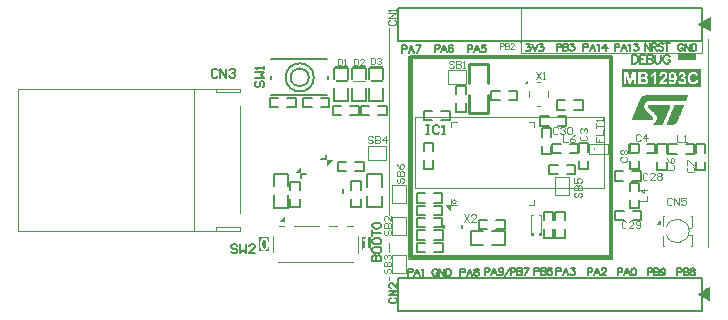
<source format=gto>
G04*
G04 #@! TF.GenerationSoftware,Altium Limited,Altium Designer,18.0.12 (696)*
G04*
G04 Layer_Color=65535*
%FSLAX25Y25*%
%MOIN*%
G70*
G01*
G75*
%ADD10C,0.00591*%
%ADD11C,0.00100*%
%ADD12C,0.00500*%
%ADD13C,0.00197*%
%ADD14C,0.01181*%
%ADD15C,0.00394*%
%ADD16C,0.01000*%
%ADD17C,0.00098*%
%ADD18C,0.00295*%
%ADD19C,0.01378*%
%ADD20C,0.00787*%
%ADD21C,0.00512*%
%ADD22C,0.00402*%
%ADD23C,0.00472*%
%ADD24R,0.06142X0.02362*%
G36*
X58997Y21203D02*
X56103D01*
Y25701D01*
X58997D01*
Y21203D01*
D02*
G37*
G36*
X25113Y25545D02*
Y20930D01*
X21803D01*
Y25545D01*
X25113D01*
D02*
G37*
G36*
X168877Y81498D02*
Y75737D01*
X142613D01*
Y81498D01*
X168877D01*
D02*
G37*
%LPC*%
G36*
X57773Y25504D02*
X57525D01*
X57496Y25497D01*
X57415D01*
X57393Y25490D01*
X57342D01*
X57328Y25482D01*
X57321D01*
X57291Y25468D01*
X57284Y25460D01*
X56409Y24892D01*
X56366Y24863D01*
X56358Y24856D01*
X56351Y24848D01*
X56322Y24812D01*
X56315Y24797D01*
Y24790D01*
X56300Y24732D01*
Y25504D01*
Y21400D01*
Y24498D01*
X56307Y24447D01*
Y24411D01*
Y24396D01*
X56315Y24352D01*
X56322Y24323D01*
X56336Y24309D01*
Y24301D01*
X56358Y24287D01*
X56409D01*
X56453Y24294D01*
X56489Y24309D01*
X56519Y24323D01*
X56533Y24331D01*
X57189Y24695D01*
Y22041D01*
X56402D01*
X56388Y22034D01*
X56380Y22027D01*
X56373Y22020D01*
X56358Y22005D01*
X56344Y21983D01*
X56336Y21969D01*
Y21961D01*
X56329Y21932D01*
X56322Y21896D01*
X56315Y21874D01*
Y21859D01*
X56307Y21815D01*
Y21765D01*
Y21728D01*
Y21721D01*
Y21713D01*
Y21655D01*
X56315Y21604D01*
Y21575D01*
Y21560D01*
X56322Y21524D01*
X56329Y21495D01*
X56336Y21473D01*
Y21466D01*
X56351Y21444D01*
X56366Y21429D01*
X56380Y21415D01*
X56409Y21400D01*
X56300D01*
X58801D01*
Y21772D01*
X58793Y21823D01*
X58786Y21852D01*
Y21859D01*
X58779Y21903D01*
X58771Y21932D01*
X58764Y21954D01*
Y21961D01*
X58749Y21991D01*
X58735Y22005D01*
X58728Y22020D01*
X58720D01*
X58706Y22034D01*
X58684Y22041D01*
X58013D01*
Y25402D01*
X58006Y25439D01*
X57999Y25446D01*
X57984Y25460D01*
X57969Y25468D01*
X57955Y25475D01*
X57947D01*
X57911Y25482D01*
X57875Y25490D01*
X57845Y25497D01*
X57831D01*
X57773Y25504D01*
D02*
G37*
%LPD*%
G36*
X58801Y21400D02*
X58669D01*
X58706Y21407D01*
X58720Y21415D01*
X58735Y21429D01*
X58749Y21444D01*
X58757Y21458D01*
Y21466D01*
X58771Y21495D01*
X58779Y21524D01*
X58786Y21553D01*
Y21560D01*
X58793Y21611D01*
X58801Y21662D01*
Y21400D01*
D02*
G37*
%LPC*%
G36*
X23567Y25348D02*
X23494D01*
X23349Y25341D01*
X23210Y25326D01*
X23094Y25297D01*
X22991Y25275D01*
X22911Y25246D01*
X22846Y25217D01*
X22809Y25202D01*
X22795Y25195D01*
X22693Y25137D01*
X22605Y25071D01*
X22525Y24998D01*
X22459Y24933D01*
X22408Y24867D01*
X22365Y24816D01*
X22343Y24787D01*
X22335Y24772D01*
X22277Y24663D01*
X22219Y24546D01*
X22175Y24437D01*
X22146Y24327D01*
X22117Y24233D01*
X22095Y24160D01*
X22087Y24131D01*
Y24109D01*
X22080Y24101D01*
Y24094D01*
X22051Y23941D01*
X22036Y23795D01*
X22022Y23642D01*
X22007Y23511D01*
Y23394D01*
X22000Y23343D01*
Y23037D01*
X22007Y22869D01*
X22022Y22724D01*
X22029Y22592D01*
X22044Y22483D01*
Y22439D01*
X22051Y22403D01*
Y22374D01*
X22058Y22352D01*
Y22344D01*
Y22337D01*
X22087Y22199D01*
X22124Y22075D01*
X22160Y21958D01*
X22197Y21863D01*
X22233Y21790D01*
X22255Y21732D01*
X22277Y21696D01*
X22284Y21681D01*
X22350Y21586D01*
X22423Y21506D01*
X22496Y21433D01*
X22561Y21375D01*
X22627Y21324D01*
X22678Y21295D01*
X22707Y21273D01*
X22722Y21266D01*
X22831Y21222D01*
X22948Y21185D01*
X23064Y21164D01*
X23174Y21142D01*
X23268Y21134D01*
X23349Y21127D01*
X22000D01*
D01*
X24916D01*
Y23431D01*
X24909Y23598D01*
X24894Y23744D01*
X24887Y23875D01*
X24872Y23985D01*
X24865Y24028D01*
X24858Y24065D01*
Y24094D01*
X24850Y24116D01*
Y24123D01*
Y24131D01*
X24821Y24269D01*
X24785Y24393D01*
X24748Y24510D01*
X24712Y24604D01*
X24675Y24685D01*
X24654Y24736D01*
X24632Y24772D01*
X24624Y24787D01*
X24559Y24882D01*
X24486Y24969D01*
X24413Y25034D01*
X24347Y25093D01*
X24282Y25144D01*
X24231Y25173D01*
X24202Y25195D01*
X24187Y25202D01*
X24078Y25253D01*
X23961Y25290D01*
X23844Y25312D01*
X23735Y25333D01*
X23640Y25341D01*
X23567Y25348D01*
D02*
G37*
%LPD*%
G36*
X23538Y24685D02*
X23596Y24677D01*
X23640Y24670D01*
X23648Y24663D01*
X23655D01*
X23713Y24634D01*
X23764Y24604D01*
X23793Y24575D01*
X23808Y24561D01*
X23859Y24502D01*
X23895Y24444D01*
X23917Y24400D01*
X23925Y24386D01*
Y24378D01*
X23961Y24291D01*
X23983Y24196D01*
X23990Y24160D01*
X23998Y24131D01*
X24005Y24109D01*
Y24101D01*
X24027Y23970D01*
X24034Y23912D01*
X24041Y23846D01*
X24048Y23795D01*
X24056Y23752D01*
Y23722D01*
Y23715D01*
X24070Y23540D01*
Y23460D01*
X24078Y23380D01*
Y23307D01*
Y23256D01*
Y23219D01*
Y23205D01*
Y23117D01*
Y23037D01*
X24070Y22964D01*
Y22899D01*
Y22840D01*
X24063Y22804D01*
Y22775D01*
Y22767D01*
X24048Y22629D01*
X24041Y22570D01*
X24034Y22512D01*
X24027Y22468D01*
Y22439D01*
X24019Y22417D01*
Y22410D01*
X23998Y22301D01*
X23968Y22213D01*
X23954Y22184D01*
X23946Y22155D01*
X23939Y22140D01*
Y22133D01*
X23903Y22053D01*
X23866Y21995D01*
X23837Y21951D01*
X23822Y21944D01*
Y21936D01*
X23772Y21885D01*
X23720Y21849D01*
X23677Y21827D01*
X23669Y21820D01*
X23662D01*
X23589Y21798D01*
X23516Y21790D01*
X23487Y21783D01*
X23443D01*
X23334Y21790D01*
X23283Y21805D01*
X23247Y21820D01*
X23210Y21827D01*
X23188Y21842D01*
X23174Y21849D01*
X23166D01*
X23123Y21878D01*
X23086Y21914D01*
X23028Y21987D01*
X23006Y22024D01*
X22991Y22053D01*
X22977Y22075D01*
Y22082D01*
X22955Y22148D01*
X22926Y22221D01*
X22911Y22301D01*
X22897Y22374D01*
X22882Y22432D01*
X22875Y22490D01*
X22867Y22520D01*
Y22534D01*
X22860Y22651D01*
X22853Y22767D01*
X22846Y22891D01*
Y23008D01*
X22838Y23103D01*
Y23183D01*
Y23212D01*
Y23234D01*
Y23248D01*
Y23256D01*
Y23387D01*
X22846Y23504D01*
Y23613D01*
X22853Y23700D01*
Y23781D01*
X22860Y23832D01*
Y23868D01*
Y23883D01*
X22875Y23978D01*
X22889Y24065D01*
X22904Y24145D01*
X22926Y24204D01*
X22940Y24254D01*
X22948Y24298D01*
X22962Y24320D01*
Y24327D01*
X22991Y24393D01*
X23021Y24444D01*
X23057Y24495D01*
X23086Y24532D01*
X23108Y24561D01*
X23130Y24583D01*
X23144Y24590D01*
X23152Y24597D01*
X23203Y24626D01*
X23254Y24656D01*
X23349Y24677D01*
X23392Y24685D01*
X23429Y24692D01*
X23458D01*
X23538Y24685D01*
D02*
G37*
G36*
X24916Y21127D02*
X23414D01*
X23567Y21134D01*
X23699Y21149D01*
X23815Y21171D01*
X23917Y21200D01*
X24005Y21229D01*
X24063Y21251D01*
X24100Y21266D01*
X24114Y21273D01*
X24216Y21331D01*
X24304Y21404D01*
X24384Y21470D01*
X24449Y21543D01*
X24500Y21601D01*
X24544Y21652D01*
X24566Y21681D01*
X24573Y21696D01*
X24639Y21805D01*
X24690Y21914D01*
X24734Y22031D01*
X24770Y22133D01*
X24799Y22228D01*
X24821Y22301D01*
X24828Y22330D01*
X24836Y22352D01*
Y22359D01*
Y22366D01*
X24865Y22520D01*
X24880Y22673D01*
X24894Y22818D01*
X24909Y22957D01*
Y23074D01*
X24916Y23125D01*
Y21127D01*
D02*
G37*
%LPC*%
G36*
X168090Y80710D02*
X166463D01*
D01*
X166303D01*
X166463D01*
X166312Y80704D01*
X166160Y80687D01*
X166026Y80658D01*
X165892Y80623D01*
X165776Y80582D01*
X165659Y80535D01*
X165560Y80483D01*
X165467Y80430D01*
X165379Y80378D01*
X165309Y80325D01*
X165245Y80279D01*
X165192Y80238D01*
X165152Y80203D01*
X165123Y80174D01*
X165105Y80156D01*
X165099Y80151D01*
X165006Y80040D01*
X164930Y79923D01*
X164860Y79801D01*
X164802Y79672D01*
X164750Y79538D01*
X164709Y79410D01*
X164674Y79282D01*
X164645Y79159D01*
X164621Y79037D01*
X164610Y78932D01*
X164598Y78833D01*
X164586Y78751D01*
Y78681D01*
X164580Y78629D01*
Y78582D01*
X164586Y78407D01*
X164604Y78244D01*
X164627Y78087D01*
X164662Y77947D01*
X164697Y77813D01*
X164744Y77684D01*
X164790Y77574D01*
X164837Y77474D01*
X164883Y77381D01*
X164930Y77300D01*
X164977Y77236D01*
X165012Y77177D01*
X165047Y77136D01*
X165070Y77101D01*
X165088Y77084D01*
X165093Y77078D01*
X165192Y76979D01*
X165297Y76897D01*
X165408Y76822D01*
X165519Y76763D01*
X165630Y76711D01*
X165741Y76664D01*
X165846Y76629D01*
X165945Y76600D01*
X166044Y76577D01*
X166131Y76559D01*
X166213Y76547D01*
X166277Y76542D01*
X166335Y76536D01*
X166376Y76530D01*
X168090D01*
X166411D01*
X166533Y76536D01*
X166644Y76542D01*
X166755Y76559D01*
X166854Y76582D01*
X166947Y76606D01*
X167035Y76629D01*
X167116Y76658D01*
X167192Y76693D01*
X167256Y76722D01*
X167315Y76752D01*
X167367Y76775D01*
X167408Y76798D01*
X167443Y76822D01*
X167466Y76839D01*
X167478Y76845D01*
X167484Y76851D01*
X167560Y76915D01*
X167630Y76985D01*
X167758Y77142D01*
X167863Y77305D01*
X167944Y77463D01*
X167979Y77539D01*
X168008Y77609D01*
X168032Y77673D01*
X168055Y77725D01*
X168073Y77772D01*
X168084Y77807D01*
X168090Y77830D01*
Y77848D01*
Y77836D01*
X167297Y78081D01*
X167251Y77923D01*
X167198Y77789D01*
X167146Y77679D01*
X167087Y77585D01*
X167041Y77515D01*
X167000Y77469D01*
X166971Y77439D01*
X166959Y77428D01*
X166866Y77358D01*
X166772Y77311D01*
X166679Y77276D01*
X166598Y77247D01*
X166522Y77236D01*
X166458Y77230D01*
X166434Y77224D01*
X166405D01*
X166324Y77230D01*
X166248Y77236D01*
X166108Y77276D01*
X165985Y77323D01*
X165886Y77387D01*
X165805Y77445D01*
X165746Y77492D01*
X165723Y77515D01*
X165706Y77533D01*
X165700Y77539D01*
X165694Y77544D01*
X165647Y77609D01*
X165606Y77684D01*
X165566Y77766D01*
X165536Y77853D01*
X165490Y78034D01*
X165455Y78215D01*
X165443Y78302D01*
X165437Y78378D01*
X165426Y78454D01*
Y78518D01*
X165420Y78565D01*
Y78606D01*
Y78635D01*
Y78641D01*
X165426Y78775D01*
X165432Y78897D01*
X165443Y79008D01*
X165461Y79113D01*
X165484Y79206D01*
X165507Y79294D01*
X165531Y79369D01*
X165560Y79439D01*
X165583Y79497D01*
X165606Y79550D01*
X165630Y79591D01*
X165653Y79626D01*
X165671Y79655D01*
X165682Y79672D01*
X165694Y79684D01*
Y79690D01*
X165746Y79748D01*
X165805Y79801D01*
X165863Y79842D01*
X165927Y79877D01*
X166050Y79935D01*
X166166Y79976D01*
X166265Y79999D01*
X166312Y80005D01*
X166347Y80011D01*
X166382Y80016D01*
X166423D01*
X166539Y80011D01*
X166644Y79987D01*
X166737Y79958D01*
X166819Y79923D01*
X166883Y79888D01*
X166930Y79859D01*
X166959Y79836D01*
X166971Y79830D01*
X167046Y79760D01*
X167116Y79678D01*
X167169Y79597D01*
X167210Y79515D01*
X167239Y79445D01*
X167256Y79393D01*
X167268Y79369D01*
Y79352D01*
X167274Y79346D01*
Y79340D01*
X168078Y79532D01*
X168020Y79702D01*
X167956Y79847D01*
X167886Y79976D01*
X167822Y80080D01*
X167758Y80162D01*
X167734Y80197D01*
X167711Y80226D01*
X167694Y80244D01*
X167676Y80261D01*
X167670Y80273D01*
X167665D01*
X167577Y80349D01*
X167478Y80419D01*
X167385Y80477D01*
X167286Y80524D01*
X167181Y80570D01*
X167081Y80605D01*
X166982Y80634D01*
X166889Y80658D01*
X166802Y80675D01*
X166720Y80687D01*
X166650Y80699D01*
X166586Y80704D01*
X166533Y80710D01*
X168090D01*
D02*
G37*
G36*
X160913Y80658D02*
X159508D01*
X159403Y80652D01*
X159310Y80640D01*
X159217Y80623D01*
X159129Y80599D01*
X159048Y80570D01*
X158972Y80535D01*
X158896Y80506D01*
X158838Y80471D01*
X158780Y80430D01*
X158727Y80401D01*
X158686Y80366D01*
X158645Y80337D01*
X158616Y80314D01*
X158599Y80296D01*
X158587Y80285D01*
X158581Y80279D01*
X158517Y80203D01*
X158465Y80127D01*
X158412Y80045D01*
X158371Y79964D01*
X158336Y79882D01*
X158307Y79795D01*
X158266Y79637D01*
X158249Y79567D01*
X158237Y79497D01*
X158231Y79439D01*
X158226Y79387D01*
X158220Y79340D01*
Y76524D01*
Y79282D01*
X158226Y79177D01*
X158237Y79072D01*
X158249Y78973D01*
X158272Y78885D01*
X158301Y78798D01*
X158331Y78722D01*
X158360Y78646D01*
X158395Y78582D01*
X158424Y78524D01*
X158453Y78471D01*
X158482Y78431D01*
X158511Y78390D01*
X158535Y78367D01*
X158546Y78343D01*
X158558Y78332D01*
X158564Y78326D01*
X158628Y78262D01*
X158698Y78203D01*
X158768Y78157D01*
X158838Y78116D01*
X158908Y78081D01*
X158972Y78046D01*
X159100Y78005D01*
X159211Y77976D01*
X159258Y77970D01*
X159298Y77964D01*
X159333Y77958D01*
X159380D01*
X159462Y77964D01*
X159537Y77976D01*
X159607Y77987D01*
X159677Y78011D01*
X159806Y78063D01*
X159911Y78127D01*
X159992Y78192D01*
X160027Y78221D01*
X160056Y78244D01*
X160080Y78267D01*
X160097Y78285D01*
X160103Y78291D01*
X160109Y78297D01*
X160097Y78174D01*
X160085Y78057D01*
X160074Y77953D01*
X160056Y77859D01*
X160039Y77778D01*
X160021Y77702D01*
X160004Y77638D01*
X159986Y77579D01*
X159963Y77527D01*
X159951Y77486D01*
X159934Y77451D01*
X159922Y77428D01*
X159911Y77404D01*
X159899Y77393D01*
X159893Y77381D01*
X159829Y77311D01*
X159759Y77259D01*
X159695Y77218D01*
X159631Y77195D01*
X159572Y77177D01*
X159532Y77171D01*
X159502Y77166D01*
X159491D01*
X159427Y77171D01*
X159362Y77183D01*
X159316Y77201D01*
X159269Y77218D01*
X159234Y77236D01*
X159211Y77253D01*
X159194Y77265D01*
X159188Y77271D01*
X159147Y77317D01*
X159118Y77370D01*
X159094Y77428D01*
X159077Y77486D01*
X159059Y77533D01*
X159054Y77574D01*
X159048Y77603D01*
Y77614D01*
X158301Y77527D01*
X158319Y77434D01*
X158342Y77352D01*
X158366Y77271D01*
X158395Y77201D01*
X158424Y77131D01*
X158453Y77066D01*
X158488Y77014D01*
X158517Y76961D01*
X158552Y76921D01*
X158575Y76880D01*
X158605Y76851D01*
X158628Y76822D01*
X158645Y76804D01*
X158663Y76787D01*
X158669Y76781D01*
X158675Y76775D01*
X158733Y76728D01*
X158791Y76693D01*
X158920Y76629D01*
X159042Y76588D01*
X159164Y76553D01*
X159275Y76536D01*
X159322Y76530D01*
X159362D01*
X159392Y76524D01*
X158220D01*
X159438D01*
X159561Y76530D01*
X159671Y76547D01*
X159776Y76571D01*
X159881Y76600D01*
X159975Y76641D01*
X160062Y76682D01*
X160144Y76722D01*
X160214Y76769D01*
X160278Y76816D01*
X160336Y76856D01*
X160383Y76903D01*
X160424Y76938D01*
X160459Y76967D01*
X160482Y76991D01*
X160494Y77008D01*
X160499Y77014D01*
X160575Y77113D01*
X160634Y77224D01*
X160692Y77346D01*
X160738Y77469D01*
X160779Y77603D01*
X160814Y77737D01*
X160837Y77865D01*
X160861Y77999D01*
X160878Y78122D01*
X160890Y78232D01*
X160902Y78337D01*
X160907Y78431D01*
X160913Y78506D01*
Y78652D01*
Y78611D01*
X160907Y78810D01*
X160896Y78990D01*
X160878Y79159D01*
X160849Y79317D01*
X160820Y79457D01*
X160791Y79585D01*
X160750Y79702D01*
X160715Y79807D01*
X160680Y79894D01*
X160645Y79970D01*
X160610Y80034D01*
X160581Y80086D01*
X160552Y80127D01*
X160534Y80156D01*
X160523Y80174D01*
X160517Y80180D01*
X160441Y80261D01*
X160360Y80337D01*
X160278Y80401D01*
X160196Y80454D01*
X160109Y80500D01*
X160027Y80541D01*
X159945Y80570D01*
X159864Y80599D01*
X159794Y80617D01*
X159724Y80634D01*
X159666Y80646D01*
X159613Y80652D01*
X159567D01*
X159537Y80658D01*
X160913D01*
D02*
G37*
G36*
X157754D02*
X155043D01*
D01*
X156471D01*
X156372Y80652D01*
X156279Y80646D01*
X156098Y80617D01*
X155946Y80570D01*
X155876Y80547D01*
X155812Y80518D01*
X155754Y80494D01*
X155707Y80465D01*
X155660Y80442D01*
X155625Y80424D01*
X155596Y80401D01*
X155579Y80389D01*
X155567Y80384D01*
X155561Y80378D01*
X155497Y80319D01*
X155439Y80261D01*
X155386Y80191D01*
X155340Y80115D01*
X155270Y79964D01*
X155212Y79818D01*
X155194Y79742D01*
X155177Y79678D01*
X155159Y79620D01*
X155153Y79567D01*
X155142Y79521D01*
Y79492D01*
X155136Y79468D01*
Y79462D01*
X155905Y79387D01*
X155917Y79503D01*
X155940Y79602D01*
X155964Y79690D01*
X155993Y79754D01*
X156016Y79807D01*
X156039Y79842D01*
X156057Y79865D01*
X156063Y79871D01*
X156121Y79917D01*
X156185Y79952D01*
X156249Y79981D01*
X156313Y79999D01*
X156366Y80011D01*
X156413Y80016D01*
X156453D01*
X156541Y80011D01*
X156617Y79993D01*
X156681Y79970D01*
X156739Y79946D01*
X156780Y79923D01*
X156815Y79900D01*
X156832Y79882D01*
X156838Y79877D01*
X156885Y79818D01*
X156920Y79754D01*
X156943Y79690D01*
X156961Y79626D01*
X156972Y79567D01*
X156978Y79515D01*
Y79486D01*
Y79480D01*
Y79474D01*
X156972Y79387D01*
X156955Y79305D01*
X156926Y79224D01*
X156896Y79154D01*
X156867Y79089D01*
X156838Y79043D01*
X156821Y79014D01*
X156815Y79002D01*
X156791Y78967D01*
X156756Y78926D01*
X156710Y78874D01*
X156663Y78827D01*
X156558Y78716D01*
X156453Y78606D01*
X156348Y78501D01*
X156302Y78454D01*
X156255Y78419D01*
X156220Y78384D01*
X156197Y78361D01*
X156179Y78343D01*
X156174Y78337D01*
X156057Y78227D01*
X155952Y78122D01*
X155853Y78022D01*
X155765Y77935D01*
X155684Y77848D01*
X155614Y77766D01*
X155550Y77696D01*
X155497Y77626D01*
X155451Y77568D01*
X155410Y77515D01*
X155375Y77474D01*
X155351Y77434D01*
X155328Y77410D01*
X155316Y77387D01*
X155305Y77375D01*
Y77370D01*
X155229Y77236D01*
X155171Y77096D01*
X155124Y76967D01*
X155089Y76851D01*
X155066Y76746D01*
X155060Y76705D01*
X155054Y76670D01*
X155048Y76641D01*
X155043Y76617D01*
Y76623D01*
Y76600D01*
X157754D01*
Y77964D01*
Y77317D01*
X156214D01*
X156261Y77393D01*
X156313Y77457D01*
X156337Y77486D01*
X156354Y77509D01*
X156366Y77521D01*
X156372Y77527D01*
X156395Y77550D01*
X156418Y77579D01*
X156488Y77644D01*
X156564Y77719D01*
X156640Y77795D01*
X156716Y77865D01*
X156780Y77923D01*
X156803Y77947D01*
X156821Y77964D01*
X156832Y77970D01*
X156838Y77976D01*
X156966Y78098D01*
X157071Y78197D01*
X157159Y78291D01*
X157229Y78361D01*
X157281Y78419D01*
X157316Y78460D01*
X157340Y78489D01*
X157345Y78495D01*
X157421Y78594D01*
X157485Y78687D01*
X157538Y78775D01*
X157579Y78850D01*
X157614Y78914D01*
X157637Y78967D01*
X157649Y78996D01*
X157654Y79008D01*
X157689Y79101D01*
X157713Y79194D01*
X157730Y79282D01*
X157742Y79363D01*
X157748Y79427D01*
X157754Y79480D01*
Y79527D01*
X157748Y79614D01*
X157736Y79702D01*
X157724Y79783D01*
X157701Y79859D01*
X157643Y79993D01*
X157584Y80110D01*
X157549Y80162D01*
X157520Y80203D01*
X157491Y80244D01*
X157462Y80273D01*
X157439Y80296D01*
X157427Y80319D01*
X157415Y80325D01*
X157410Y80331D01*
X157345Y80389D01*
X157270Y80442D01*
X157200Y80483D01*
X157118Y80518D01*
X156966Y80576D01*
X156815Y80617D01*
X156745Y80629D01*
X156681Y80640D01*
X156622Y80646D01*
X156570Y80652D01*
X156529Y80658D01*
X157754D01*
D01*
D02*
G37*
G36*
X153981D02*
X152209D01*
Y76600D01*
Y78938D01*
X152419Y79019D01*
X152606Y79107D01*
X152693Y79154D01*
X152775Y79206D01*
X152850Y79253D01*
X152920Y79299D01*
X152984Y79346D01*
X153043Y79387D01*
X153089Y79422D01*
X153130Y79457D01*
X153165Y79486D01*
X153189Y79503D01*
X153200Y79515D01*
X153206Y79521D01*
Y76600D01*
X152209D01*
X153981D01*
Y80658D01*
D02*
G37*
G36*
X151486Y80634D02*
X148111D01*
Y76600D01*
X151486D01*
X149860D01*
X149959Y76606D01*
X150134D01*
X150204Y76612D01*
X150314D01*
X150355Y76617D01*
X150414D01*
X150437Y76623D01*
X150460D01*
X150577Y76641D01*
X150682Y76670D01*
X150775Y76699D01*
X150857Y76734D01*
X150921Y76763D01*
X150967Y76792D01*
X150996Y76810D01*
X151008Y76816D01*
X151090Y76880D01*
X151154Y76950D01*
X151218Y77014D01*
X151265Y77084D01*
X151305Y77142D01*
X151335Y77189D01*
X151352Y77218D01*
X151358Y77230D01*
X151399Y77329D01*
X151434Y77422D01*
X151457Y77515D01*
X151469Y77597D01*
X151480Y77667D01*
X151486Y77719D01*
Y77766D01*
X151480Y77894D01*
X151457Y78011D01*
X151422Y78110D01*
X151387Y78203D01*
X151352Y78273D01*
X151317Y78326D01*
X151294Y78361D01*
X151288Y78372D01*
X151206Y78466D01*
X151119Y78541D01*
X151020Y78606D01*
X150932Y78652D01*
X150851Y78693D01*
X150781Y78722D01*
X150758Y78728D01*
X150740Y78734D01*
X150728Y78740D01*
X150723D01*
X150816Y78792D01*
X150897Y78845D01*
X150967Y78909D01*
X151026Y78961D01*
X151067Y79014D01*
X151101Y79054D01*
X151125Y79084D01*
X151131Y79095D01*
X151183Y79189D01*
X151224Y79276D01*
X151247Y79363D01*
X151270Y79445D01*
X151282Y79515D01*
X151288Y79567D01*
Y79602D01*
Y79608D01*
Y79614D01*
X151282Y79707D01*
X151270Y79801D01*
X151247Y79877D01*
X151224Y79946D01*
X151200Y80005D01*
X151177Y80051D01*
X151166Y80075D01*
X151160Y80086D01*
X151113Y80162D01*
X151061Y80226D01*
X151008Y80285D01*
X150961Y80337D01*
X150915Y80372D01*
X150880Y80401D01*
X150857Y80419D01*
X150851Y80424D01*
X150781Y80471D01*
X150705Y80506D01*
X150635Y80535D01*
X150571Y80559D01*
X150513Y80576D01*
X150472Y80588D01*
X150443Y80594D01*
X150431D01*
X150332Y80605D01*
X150221Y80617D01*
X150104Y80623D01*
X149988Y80629D01*
X149883Y80634D01*
X151486D01*
D02*
G37*
G36*
X147283D02*
X143400D01*
Y76600D01*
X146066D01*
X145732D01*
X146525Y79772D01*
X146531Y76600D01*
X147283D01*
Y80634D01*
D02*
G37*
G36*
X162738Y80658D02*
X161386D01*
X162686D01*
X162563Y80652D01*
X162452Y80640D01*
X162347Y80617D01*
X162260Y80594D01*
X162190Y80570D01*
X162132Y80547D01*
X162097Y80535D01*
X162091Y80529D01*
X162085D01*
X161992Y80477D01*
X161904Y80419D01*
X161835Y80360D01*
X161776Y80308D01*
X161730Y80255D01*
X161695Y80215D01*
X161671Y80191D01*
X161665Y80180D01*
X161613Y80092D01*
X161566Y79999D01*
X161531Y79900D01*
X161496Y79807D01*
X161473Y79719D01*
X161456Y79655D01*
X161450Y79626D01*
Y79608D01*
X161444Y79597D01*
Y79591D01*
X162155Y79474D01*
X162173Y79567D01*
X162196Y79649D01*
X162219Y79719D01*
X162248Y79772D01*
X162277Y79818D01*
X162301Y79853D01*
X162318Y79871D01*
X162324Y79877D01*
X162377Y79923D01*
X162435Y79958D01*
X162493Y79981D01*
X162546Y79999D01*
X162592Y80011D01*
X162627Y80016D01*
X162662D01*
X162732Y80011D01*
X162802Y79999D01*
X162855Y79976D01*
X162901Y79958D01*
X162942Y79935D01*
X162966Y79911D01*
X162983Y79900D01*
X162989Y79894D01*
X163030Y79847D01*
X163059Y79789D01*
X163082Y79737D01*
X163094Y79684D01*
X163105Y79637D01*
X163111Y79602D01*
Y79579D01*
Y79567D01*
X163105Y79480D01*
X163088Y79404D01*
X163059Y79340D01*
X163030Y79288D01*
X162995Y79241D01*
X162971Y79212D01*
X162948Y79189D01*
X162942Y79183D01*
X162872Y79136D01*
X162796Y79101D01*
X162715Y79078D01*
X162639Y79060D01*
X162569Y79054D01*
X162511Y79049D01*
X162458D01*
X162377Y78425D01*
X162452Y78442D01*
X162517Y78460D01*
X162581Y78471D01*
X162633Y78477D01*
X162674Y78483D01*
X162732D01*
X162814Y78477D01*
X162884Y78454D01*
X162948Y78431D01*
X163006Y78396D01*
X163047Y78367D01*
X163082Y78337D01*
X163105Y78314D01*
X163111Y78308D01*
X163164Y78238D01*
X163205Y78162D01*
X163234Y78087D01*
X163257Y78011D01*
X163269Y77941D01*
X163275Y77888D01*
Y77853D01*
Y77848D01*
Y77842D01*
X163269Y77731D01*
X163251Y77632D01*
X163222Y77544D01*
X163193Y77474D01*
X163158Y77422D01*
X163135Y77381D01*
X163111Y77352D01*
X163105Y77346D01*
X163041Y77288D01*
X162971Y77241D01*
X162907Y77212D01*
X162843Y77189D01*
X162785Y77177D01*
X162744Y77171D01*
X162715Y77166D01*
X162703D01*
X162621Y77171D01*
X162551Y77189D01*
X162487Y77212D01*
X162429Y77241D01*
X162388Y77265D01*
X162353Y77288D01*
X162330Y77305D01*
X162324Y77311D01*
X162272Y77375D01*
X162225Y77445D01*
X162196Y77521D01*
X162167Y77591D01*
X162149Y77655D01*
X162138Y77708D01*
X162132Y77743D01*
Y77749D01*
Y77754D01*
X161386Y77661D01*
X161397Y77568D01*
X161421Y77480D01*
X161473Y77317D01*
X161537Y77177D01*
X161578Y77119D01*
X161613Y77061D01*
X161648Y77008D01*
X161683Y76967D01*
X161712Y76926D01*
X161741Y76897D01*
X161765Y76874D01*
X161782Y76856D01*
X161794Y76845D01*
X161800Y76839D01*
X161869Y76787D01*
X161945Y76734D01*
X162015Y76693D01*
X162097Y76658D01*
X162248Y76600D01*
X162388Y76565D01*
X162458Y76553D01*
X162517Y76542D01*
X162569Y76536D01*
X162616Y76530D01*
X162656Y76524D01*
X164067D01*
Y76542D01*
Y76524D01*
X162709D01*
X162814Y76530D01*
X162919Y76542D01*
X163012Y76559D01*
X163105Y76582D01*
X163187Y76612D01*
X163269Y76641D01*
X163344Y76676D01*
X163409Y76711D01*
X163467Y76746D01*
X163525Y76781D01*
X163566Y76810D01*
X163607Y76839D01*
X163636Y76862D01*
X163659Y76880D01*
X163671Y76891D01*
X163677Y76897D01*
X163747Y76967D01*
X163805Y77043D01*
X163857Y77119D01*
X163904Y77195D01*
X163939Y77276D01*
X163974Y77352D01*
X164021Y77492D01*
X164032Y77556D01*
X164044Y77620D01*
X164056Y77673D01*
X164061Y77719D01*
X164067Y77754D01*
Y76542D01*
Y77754D01*
Y77807D01*
X164056Y77941D01*
X164032Y78057D01*
X164003Y78168D01*
X163962Y78256D01*
X163922Y78332D01*
X163892Y78384D01*
X163869Y78419D01*
X163857Y78431D01*
X163776Y78518D01*
X163683Y78594D01*
X163589Y78652D01*
X163502Y78699D01*
X163426Y78734D01*
X163362Y78751D01*
X163339Y78763D01*
X163321D01*
X163309Y78769D01*
X163304D01*
X163409Y78833D01*
X163496Y78897D01*
X163572Y78967D01*
X163642Y79037D01*
X163700Y79107D01*
X163747Y79177D01*
X163782Y79247D01*
X163817Y79311D01*
X163840Y79375D01*
X163857Y79433D01*
X163869Y79486D01*
X163875Y79532D01*
X163881Y79567D01*
X163887Y79597D01*
Y79614D01*
Y79620D01*
X163881Y79690D01*
X163875Y79754D01*
X163840Y79882D01*
X163799Y79999D01*
X163747Y80098D01*
X163694Y80180D01*
X163648Y80238D01*
X163630Y80261D01*
X163613Y80279D01*
X163607Y80285D01*
X163601Y80290D01*
X163537Y80354D01*
X163461Y80413D01*
X163391Y80459D01*
X163315Y80500D01*
X163234Y80541D01*
X163158Y80570D01*
X163012Y80611D01*
X162948Y80629D01*
X162884Y80640D01*
X162831Y80646D01*
X162779Y80652D01*
X162738Y80658D01*
D02*
G37*
G36*
X165959Y76530D02*
X164580D01*
D01*
X165959D01*
D02*
G37*
%LPD*%
G36*
X159555Y80005D02*
X159631Y79981D01*
X159701Y79952D01*
X159759Y79911D01*
X159806Y79871D01*
X159841Y79842D01*
X159864Y79818D01*
X159870Y79807D01*
X159928Y79719D01*
X159969Y79626D01*
X160004Y79527D01*
X160021Y79433D01*
X160033Y79346D01*
X160045Y79282D01*
Y79253D01*
Y79235D01*
Y79224D01*
Y79218D01*
X160039Y79095D01*
X160021Y78990D01*
X159992Y78903D01*
X159969Y78827D01*
X159940Y78775D01*
X159911Y78734D01*
X159893Y78705D01*
X159887Y78699D01*
X159829Y78641D01*
X159765Y78600D01*
X159701Y78565D01*
X159642Y78547D01*
X159590Y78536D01*
X159549Y78530D01*
X159526Y78524D01*
X159514D01*
X159432Y78530D01*
X159357Y78553D01*
X159293Y78582D01*
X159234Y78617D01*
X159188Y78646D01*
X159159Y78676D01*
X159135Y78699D01*
X159129Y78705D01*
X159077Y78780D01*
X159042Y78874D01*
X159013Y78967D01*
X158995Y79066D01*
X158984Y79148D01*
X158978Y79218D01*
Y79247D01*
Y79264D01*
Y79276D01*
Y79282D01*
X158984Y79416D01*
X159001Y79532D01*
X159024Y79632D01*
X159048Y79707D01*
X159071Y79766D01*
X159094Y79807D01*
X159112Y79836D01*
X159118Y79842D01*
X159176Y79900D01*
X159234Y79941D01*
X159293Y79976D01*
X159351Y79993D01*
X159397Y80005D01*
X159438Y80016D01*
X159473D01*
X159555Y80005D01*
D02*
G37*
G36*
X153294Y80524D02*
X153218Y80401D01*
X153136Y80285D01*
X153054Y80191D01*
X152984Y80115D01*
X152920Y80057D01*
X152897Y80034D01*
X152880Y80016D01*
X152868Y80011D01*
X152862Y80005D01*
X152734Y79911D01*
X152611Y79830D01*
X152501Y79766D01*
X152401Y79719D01*
X152320Y79684D01*
X152262Y79655D01*
X152238Y79649D01*
X152221Y79643D01*
X152215Y79637D01*
X152209D01*
Y80658D01*
X153352D01*
X153294Y80524D01*
D02*
G37*
G36*
X149801Y79958D02*
X149953D01*
X149988Y79952D01*
X150052D01*
X150075Y79946D01*
X150081D01*
X150151Y79935D01*
X150215Y79917D01*
X150268Y79894D01*
X150314Y79871D01*
X150344Y79847D01*
X150373Y79824D01*
X150384Y79812D01*
X150390Y79807D01*
X150425Y79760D01*
X150449Y79707D01*
X150472Y79661D01*
X150483Y79614D01*
X150489Y79567D01*
X150495Y79532D01*
Y79509D01*
Y79503D01*
X150489Y79433D01*
X150478Y79369D01*
X150454Y79317D01*
X150437Y79270D01*
X150414Y79229D01*
X150390Y79206D01*
X150379Y79189D01*
X150373Y79183D01*
X150326Y79142D01*
X150274Y79113D01*
X150221Y79089D01*
X150169Y79072D01*
X150116Y79054D01*
X150081Y79049D01*
X150058Y79043D01*
X150023D01*
X149988Y79037D01*
X149807D01*
X149708Y79031D01*
X148927D01*
Y79964D01*
X149737D01*
X149801Y79958D01*
D02*
G37*
G36*
X149854Y78355D02*
X149924Y78349D01*
X149994D01*
X150052Y78343D01*
X150104Y78337D01*
X150145Y78332D01*
X150186Y78326D01*
X150215Y78320D01*
X150262Y78314D01*
X150291Y78302D01*
X150297D01*
X150355Y78279D01*
X150408Y78250D01*
X150454Y78221D01*
X150489Y78186D01*
X150518Y78162D01*
X150536Y78139D01*
X150548Y78122D01*
X150553Y78116D01*
X150583Y78063D01*
X150606Y78011D01*
X150623Y77964D01*
X150635Y77912D01*
X150641Y77871D01*
X150647Y77836D01*
Y77813D01*
Y77807D01*
X150641Y77731D01*
X150629Y77661D01*
X150612Y77603D01*
X150588Y77556D01*
X150565Y77515D01*
X150548Y77486D01*
X150536Y77469D01*
X150530Y77463D01*
X150483Y77422D01*
X150437Y77387D01*
X150384Y77358D01*
X150338Y77335D01*
X150297Y77323D01*
X150262Y77311D01*
X150239Y77305D01*
X150233D01*
X150209Y77300D01*
X150174D01*
X150099Y77294D01*
X150005Y77288D01*
X149912D01*
X149825Y77282D01*
X148927D01*
Y78361D01*
X149772D01*
X149854Y78355D01*
D02*
G37*
G36*
X145341Y77877D02*
X144618Y80634D01*
X146058D01*
X145341Y77877D01*
D02*
G37*
G36*
X144945Y76600D02*
X144152D01*
Y79772D01*
X144945Y76600D01*
D02*
G37*
D10*
X133670Y55000D02*
G03*
X133670Y55000I-9J0D01*
G01*
X59448Y17600D02*
X62400D01*
X59448D02*
Y18865D01*
X59588Y19287D01*
X59729Y19428D01*
X60010Y19568D01*
X60291D01*
X60572Y19428D01*
X60713Y19287D01*
X60854Y18865D01*
Y17600D02*
Y18865D01*
X60994Y19287D01*
X61135Y19428D01*
X61416Y19568D01*
X61838D01*
X62119Y19428D01*
X62259Y19287D01*
X62400Y18865D01*
Y17600D01*
X59448Y21072D02*
X59588Y20791D01*
X59870Y20510D01*
X60151Y20369D01*
X60572Y20229D01*
X61275D01*
X61697Y20369D01*
X61978Y20510D01*
X62259Y20791D01*
X62400Y21072D01*
Y21635D01*
X62259Y21916D01*
X61978Y22197D01*
X61697Y22337D01*
X61275Y22478D01*
X60572D01*
X60151Y22337D01*
X59870Y22197D01*
X59588Y21916D01*
X59448Y21635D01*
Y21072D01*
Y24010D02*
X59588Y23729D01*
X59870Y23448D01*
X60151Y23307D01*
X60572Y23167D01*
X61275D01*
X61697Y23307D01*
X61978Y23448D01*
X62259Y23729D01*
X62400Y24010D01*
Y24573D01*
X62259Y24854D01*
X61978Y25135D01*
X61697Y25275D01*
X61275Y25416D01*
X60572D01*
X60151Y25275D01*
X59870Y25135D01*
X59588Y24854D01*
X59448Y24573D01*
Y24010D01*
Y27089D02*
X62400D01*
X59448Y26105D02*
Y28073D01*
Y29268D02*
X59588Y28846D01*
X60010Y28565D01*
X60713Y28425D01*
X61135D01*
X61838Y28565D01*
X62259Y28846D01*
X62400Y29268D01*
Y29549D01*
X62259Y29971D01*
X61838Y30252D01*
X61135Y30393D01*
X60713D01*
X60010Y30252D01*
X59588Y29971D01*
X59448Y29549D01*
Y29268D01*
X146100Y86352D02*
Y83400D01*
Y86352D02*
X147084D01*
X147506Y86212D01*
X147787Y85930D01*
X147927Y85649D01*
X148068Y85228D01*
Y84525D01*
X147927Y84103D01*
X147787Y83822D01*
X147506Y83541D01*
X147084Y83400D01*
X146100D01*
X150556Y86352D02*
X148729D01*
Y83400D01*
X150556D01*
X148729Y84946D02*
X149853D01*
X151048Y86352D02*
Y83400D01*
Y86352D02*
X152313D01*
X152735Y86212D01*
X152876Y86071D01*
X153016Y85790D01*
Y85509D01*
X152876Y85228D01*
X152735Y85087D01*
X152313Y84946D01*
X151048D02*
X152313D01*
X152735Y84806D01*
X152876Y84665D01*
X153016Y84384D01*
Y83962D01*
X152876Y83681D01*
X152735Y83541D01*
X152313Y83400D01*
X151048D01*
X153677Y86352D02*
Y84244D01*
X153818Y83822D01*
X154099Y83541D01*
X154521Y83400D01*
X154802D01*
X155224Y83541D01*
X155505Y83822D01*
X155645Y84244D01*
Y86352D01*
X158569Y85649D02*
X158429Y85930D01*
X158148Y86212D01*
X157866Y86352D01*
X157304D01*
X157023Y86212D01*
X156742Y85930D01*
X156601Y85649D01*
X156461Y85228D01*
Y84525D01*
X156601Y84103D01*
X156742Y83822D01*
X157023Y83541D01*
X157304Y83400D01*
X157866D01*
X158148Y83541D01*
X158429Y83822D01*
X158569Y84103D01*
Y84525D01*
X157866D02*
X158569D01*
X14468Y22760D02*
X13976Y23252D01*
X12992D01*
X12500Y22760D01*
Y22268D01*
X12992Y21776D01*
X13976D01*
X14468Y21284D01*
Y20792D01*
X13976Y20300D01*
X12992D01*
X12500Y20792D01*
X15452Y23252D02*
Y20300D01*
X16436Y21284D01*
X17420Y20300D01*
Y23252D01*
X20371Y20300D02*
X18404D01*
X20371Y22268D01*
Y22760D01*
X19880Y23252D01*
X18896D01*
X18404Y22760D01*
X77400Y62952D02*
X78384D01*
X77892D01*
Y60000D01*
X77400D01*
X78384D01*
X81828Y62460D02*
X81336Y62952D01*
X80352D01*
X79860Y62460D01*
Y60492D01*
X80352Y60000D01*
X81336D01*
X81828Y60492D01*
X82812Y60000D02*
X83796D01*
X83304D01*
Y62952D01*
X82812Y62460D01*
X21012Y77584D02*
X20520Y77092D01*
Y76109D01*
X21012Y75617D01*
X21504D01*
X21996Y76109D01*
Y77092D01*
X22488Y77584D01*
X22980D01*
X23472Y77092D01*
Y76109D01*
X22980Y75617D01*
X20520Y78568D02*
X23472D01*
X22488Y79552D01*
X23472Y80536D01*
X20520D01*
X23472Y81520D02*
Y82504D01*
Y82012D01*
X20520D01*
X21012Y81520D01*
X7868Y81260D02*
X7376Y81752D01*
X6392D01*
X5900Y81260D01*
Y79292D01*
X6392Y78800D01*
X7376D01*
X7868Y79292D01*
X8852Y78800D02*
Y81752D01*
X10820Y78800D01*
Y81752D01*
X11804Y81260D02*
X12296Y81752D01*
X13280D01*
X13771Y81260D01*
Y80768D01*
X13280Y80276D01*
X12788D01*
X13280D01*
X13771Y79784D01*
Y79292D01*
X13280Y78800D01*
X12296D01*
X11804Y79292D01*
D11*
X87445Y37393D02*
G03*
X87445Y37393I-707J0D01*
G01*
X111641Y64012D02*
X113341D01*
X111782Y36453D02*
X113341D01*
X85782Y62353D02*
Y64012D01*
Y36453D02*
X85829D01*
X113341D02*
Y38115D01*
X157700Y63200D02*
X158900D01*
X153000D02*
X155700D01*
X157600Y63300D02*
X159400D01*
X153000D02*
X155900D01*
X157600Y63400D02*
X159700D01*
X153000D02*
X155900D01*
X157600Y63500D02*
X159900D01*
X153200D02*
X156000D01*
X157700Y63600D02*
X160100D01*
X153400D02*
X156000D01*
X157700Y63700D02*
X160200D01*
X153500D02*
X156100D01*
X157700Y63800D02*
X160300D01*
X153600D02*
X156100D01*
X157800Y63900D02*
X160400D01*
X153700D02*
X156200D01*
X157800Y64000D02*
X160500D01*
X153800D02*
X156200D01*
X157900Y64100D02*
X160600D01*
X153900D02*
X156200D01*
X157900Y64200D02*
X160700D01*
X154000D02*
X156300D01*
X157900Y64300D02*
X160800D01*
X154000D02*
X156300D01*
X158000Y64400D02*
X160800D01*
X154100D02*
X156400D01*
X158000Y64500D02*
X160900D01*
X154100D02*
X156400D01*
X158100Y64600D02*
X160900D01*
X154200D02*
X156400D01*
X158100Y64700D02*
X161000D01*
X154200D02*
X156500D01*
X158100Y64800D02*
X161000D01*
X154200D02*
X156500D01*
X158200Y64900D02*
X161000D01*
X154300D02*
X156600D01*
X158200Y65000D02*
X161100D01*
X154300D02*
X156600D01*
X146100D02*
X152500D01*
X158300Y65100D02*
X161100D01*
X154300D02*
X156700D01*
X146100D02*
X152600D01*
X158300Y65200D02*
X161200D01*
X154300D02*
X156700D01*
X146100D02*
X152700D01*
X158400Y65300D02*
X161200D01*
X154300D02*
X156700D01*
X146100D02*
X152700D01*
X158400Y65400D02*
X161300D01*
X154300D02*
X156800D01*
X146200D02*
X152700D01*
X158400Y65500D02*
X161300D01*
X154300D02*
X156800D01*
X146200D02*
X152700D01*
X158500Y65600D02*
X161300D01*
X154300D02*
X156900D01*
X146300D02*
X152700D01*
X158500Y65700D02*
X161400D01*
X154300D02*
X156900D01*
X146300D02*
X152600D01*
X158600Y65800D02*
X161400D01*
X154300D02*
X156900D01*
X146300D02*
X152500D01*
X158600Y65900D02*
X161500D01*
X154200D02*
X157000D01*
X146400D02*
X152400D01*
X158600Y66000D02*
X161500D01*
X154200D02*
X157000D01*
X146400D02*
X152300D01*
X158700Y66100D02*
X161500D01*
X154200D02*
X157100D01*
X146500D02*
X152200D01*
X158700Y66200D02*
X161600D01*
X154100D02*
X157100D01*
X146500D02*
X152100D01*
X158800Y66300D02*
X161600D01*
X154100D02*
X157100D01*
X146500D02*
X152000D01*
X158800Y66400D02*
X161700D01*
X154000D02*
X157200D01*
X146600D02*
X151900D01*
X158900Y66500D02*
X161700D01*
X154000D02*
X157200D01*
X146600D02*
X151800D01*
X158900Y66600D02*
X161800D01*
X153900D02*
X157300D01*
X146700D02*
X151700D01*
X158900Y66700D02*
X161800D01*
X153900D02*
X157300D01*
X146700D02*
X151600D01*
X159000Y66800D02*
X161900D01*
X153800D02*
X157300D01*
X146800D02*
X151500D01*
X159000Y66900D02*
X161900D01*
X153700D02*
X157400D01*
X146800D02*
X151300D01*
X159100Y67000D02*
X161900D01*
X153600D02*
X157400D01*
X146800D02*
X151200D01*
X159100Y67100D02*
X162000D01*
X153500D02*
X157500D01*
X146900D02*
X151100D01*
X159100Y67200D02*
X162000D01*
X153400D02*
X157500D01*
X146900D02*
X151000D01*
X159200Y67300D02*
X162100D01*
X153300D02*
X157500D01*
X146900D02*
X150900D01*
X159200Y67400D02*
X162100D01*
X153200D02*
X157600D01*
X147000D02*
X150800D01*
X159300Y67500D02*
X162100D01*
X153100D02*
X157600D01*
X147000D02*
X150700D01*
X159300Y67600D02*
X162200D01*
X153000D02*
X157700D01*
X147100D02*
X150600D01*
X159300Y67700D02*
X162200D01*
X152900D02*
X157700D01*
X147100D02*
X150500D01*
X159400Y67800D02*
X162300D01*
X152800D02*
X157800D01*
X147200D02*
X150400D01*
X159400Y67900D02*
X162300D01*
X152600D02*
X157800D01*
X147200D02*
X150300D01*
X159500Y68000D02*
X162400D01*
X152500D02*
X157800D01*
X147200D02*
X150200D01*
X159500Y68100D02*
X162400D01*
X152400D02*
X157900D01*
X147300D02*
X150200D01*
X159600Y68200D02*
X162400D01*
X152300D02*
X157900D01*
X147300D02*
X150100D01*
X159600Y68300D02*
X162500D01*
X152200D02*
X158000D01*
X147400D02*
X150100D01*
X159600Y68400D02*
X162500D01*
X152100D02*
X158000D01*
X147400D02*
X150000D01*
X159700Y68500D02*
X162600D01*
X152000D02*
X158000D01*
X147400D02*
X150000D01*
X159700Y68600D02*
X162600D01*
X151900D02*
X158100D01*
X147500D02*
X149900D01*
X159800Y68700D02*
X162600D01*
X151800D02*
X158100D01*
X147500D02*
X149900D01*
X159800Y68800D02*
X162700D01*
X151700D02*
X158200D01*
X147600D02*
X149900D01*
X159900Y68900D02*
X162700D01*
X151600D02*
X158200D01*
X147600D02*
X149800D01*
X159900Y69000D02*
X162800D01*
X151500D02*
X158200D01*
X147700D02*
X149800D01*
X159900Y69100D02*
X162800D01*
X151500D02*
X158300D01*
X147700D02*
X149800D01*
X160000Y69200D02*
X162900D01*
X151500D02*
X158300D01*
X147700D02*
X149800D01*
X160000Y69300D02*
X162900D01*
X151400D02*
X158400D01*
X147800D02*
X149800D01*
X160100Y69400D02*
X163000D01*
X151400D02*
X158400D01*
X147800D02*
X149800D01*
X160100Y69500D02*
X163000D01*
X151500D02*
X158400D01*
X147900D02*
X149800D01*
X160200Y69600D02*
X162900D01*
X151500D02*
X158400D01*
X147900D02*
X149800D01*
X160300Y69700D02*
X162900D01*
X151600D02*
X158400D01*
X147900D02*
X149800D01*
X148000Y69800D02*
X149800D01*
X148000Y69900D02*
X149900D01*
X148100Y70000D02*
X149900D01*
X148100Y70100D02*
X149900D01*
X148100Y70200D02*
X150000D01*
X148200Y70300D02*
X150100D01*
X148200Y70400D02*
X150100D01*
X148300Y70500D02*
X150200D01*
X148300Y70600D02*
X150300D01*
X148300Y70700D02*
X150300D01*
X148400Y70800D02*
X150400D01*
X148400Y70900D02*
X150500D01*
X148500Y71000D02*
X150700D01*
X148500Y71100D02*
X150800D01*
X148600Y71200D02*
X151000D01*
X148600Y71300D02*
X151300D01*
X148700Y71400D02*
X163600D01*
X148700Y71500D02*
X163800D01*
X148700Y71600D02*
X163800D01*
X148800Y71700D02*
X163900D01*
X148800Y71800D02*
X163900D01*
X148900Y71900D02*
X164000D01*
X149000Y72000D02*
X164000D01*
X149000Y72100D02*
X164000D01*
X149100Y72200D02*
X164100D01*
X149200Y72300D02*
X164100D01*
X149300Y72400D02*
X164100D01*
X149500Y72500D02*
X164200D01*
X149600Y72600D02*
X164200D01*
X149800Y72700D02*
X164200D01*
X150100Y72800D02*
X164200D01*
X150400Y72900D02*
X164200D01*
D12*
X38294Y78861D02*
G03*
X38294Y78861I-3026J0D01*
G01*
X39951D02*
G03*
X39951Y78861I-4684J0D01*
G01*
X76600Y57000D02*
X79700D01*
X76600Y48400D02*
X79700D01*
X76600Y54200D02*
Y57000D01*
X79700Y54200D02*
Y57000D01*
Y48400D02*
Y51200D01*
X76600Y48400D02*
Y51200D01*
X87500Y67420D02*
Y70220D01*
X90600Y67420D02*
Y70220D01*
Y73220D02*
Y76020D01*
X87500Y73220D02*
Y76020D01*
Y67420D02*
X90600D01*
X87500Y76020D02*
X90600D01*
X99124Y74437D02*
X101924D01*
X99124Y71337D02*
X101924D01*
X104924D02*
X107724D01*
X104924Y74437D02*
X107724D01*
X99124Y71337D02*
Y74437D01*
X107724Y71337D02*
Y74437D01*
X126800Y68100D02*
X129600D01*
X126800Y71200D02*
X129600D01*
X121000D02*
X123800D01*
X121000Y68100D02*
X123800D01*
X129600D02*
Y71200D01*
X121000Y68100D02*
Y71200D01*
X121200Y62800D02*
X124000D01*
X121200Y65900D02*
X124000D01*
X115400D02*
X118200D01*
X115400Y62800D02*
X118200D01*
X124000D02*
Y65900D01*
X115400Y62800D02*
Y65900D01*
X127100Y46700D02*
Y49800D01*
X118500Y46700D02*
Y49800D01*
X124300D02*
X127100D01*
X124300Y46700D02*
X127100D01*
X118500D02*
X121300D01*
X118500Y49800D02*
X121300D01*
X74282Y24741D02*
Y27841D01*
X82882Y24741D02*
Y27841D01*
X74282Y24741D02*
X77082D01*
X74282Y27841D02*
X77082D01*
X80082D02*
X82882D01*
X80082Y24741D02*
X82882D01*
X74203Y28914D02*
Y32014D01*
X82803Y28914D02*
Y32014D01*
X74203Y28914D02*
X77003D01*
X74203Y32014D02*
X77003D01*
X80003D02*
X82803D01*
X80003Y28914D02*
X82803D01*
X82842Y33030D02*
Y36130D01*
X74243Y33030D02*
Y36130D01*
X80042D02*
X82842D01*
X80042Y33030D02*
X82842D01*
X74243D02*
X77043D01*
X74243Y36130D02*
X77043D01*
X80003Y37103D02*
X82803D01*
X80003Y40203D02*
X82803D01*
X74203D02*
X77003D01*
X74203Y37103D02*
X77003D01*
X82803D02*
Y40203D01*
X74203Y37103D02*
Y40203D01*
X99320Y22957D02*
X103620D01*
Y27757D01*
X92520Y22957D02*
Y27757D01*
X99320D02*
X103620D01*
X92520Y22957D02*
X96320D01*
X92520Y27757D02*
X96320D01*
X76644Y64702D02*
Y67802D01*
X85244Y64702D02*
Y67802D01*
X76644Y64702D02*
X79444D01*
X76644Y67802D02*
X79444D01*
X82444D02*
X85244D01*
X82444Y64702D02*
X85244D01*
X120525Y25427D02*
Y28227D01*
X123625Y25427D02*
Y28227D01*
Y31227D02*
Y34027D01*
X120525Y31227D02*
Y34027D01*
Y25427D02*
X123625D01*
X120525Y34027D02*
X123625D01*
X119631Y31266D02*
Y34066D01*
X116531Y31266D02*
Y34066D01*
Y25466D02*
Y28266D01*
X119631Y25466D02*
Y28266D01*
X116531Y34066D02*
X119631D01*
X116531Y25466D02*
X119631D01*
X100830Y28324D02*
X103630D01*
X100830Y31424D02*
X103630D01*
X95030D02*
X97830D01*
X95030Y28324D02*
X97830D01*
X103630D02*
Y31424D01*
X95030Y28324D02*
Y31424D01*
X74282Y20647D02*
Y23746D01*
X82882Y20647D02*
Y23746D01*
X74282Y20647D02*
X77082D01*
X74282Y23746D02*
X77082D01*
X80082D02*
X82882D01*
X80082Y20647D02*
X82882D01*
X61400Y66300D02*
X64200D01*
X61400Y69400D02*
X64200D01*
X55600D02*
X58400D01*
X55600Y66300D02*
X58400D01*
X64200D02*
Y69400D01*
X55600Y66300D02*
Y69400D01*
X52100Y66300D02*
X54900D01*
X52100Y69400D02*
X54900D01*
X46300D02*
X49100D01*
X46300Y66300D02*
X49100D01*
X54900D02*
Y69400D01*
X46300Y66300D02*
Y69400D01*
X36526Y72075D02*
X39326D01*
X36526Y68975D02*
X39326D01*
X42326D02*
X45126D01*
X42326Y72075D02*
X45126D01*
X36526Y68975D02*
Y72075D01*
X45126Y68975D02*
Y72075D01*
X25345D02*
X28145D01*
X25345Y68975D02*
X28145D01*
X31145D02*
X33945D01*
X31145Y72075D02*
X33945D01*
X25345Y68975D02*
Y72075D01*
X33945Y68975D02*
Y72075D01*
X42511Y51625D02*
X44011D01*
Y53124D01*
X32100Y35520D02*
X35200D01*
X32100Y44120D02*
X35200D01*
Y35520D02*
Y38320D01*
X32100Y35520D02*
Y38320D01*
Y41320D02*
Y44120D01*
X35200Y41320D02*
Y44120D01*
X26700Y35470D02*
Y39770D01*
Y35470D02*
X31500D01*
X26700Y46570D02*
X31500D01*
Y35470D02*
Y39770D01*
X26700Y42770D02*
Y46570D01*
X31500Y42770D02*
Y46570D01*
X49831Y40226D02*
Y41726D01*
X35831Y46726D02*
X37331D01*
X35831Y45226D02*
Y46726D01*
X48061Y47576D02*
Y50676D01*
X56661Y47576D02*
Y50676D01*
X48061Y47576D02*
X50861D01*
X48061Y50676D02*
X50861D01*
X53861D02*
X56661D01*
X53861Y47576D02*
X56661D01*
X52500Y35620D02*
X55600D01*
X52500Y44220D02*
X55600D01*
Y35620D02*
Y38420D01*
X52500Y35620D02*
Y38420D01*
Y41420D02*
Y44220D01*
X55600Y41420D02*
Y44220D01*
X62635Y42315D02*
Y46615D01*
X57835D02*
X62635D01*
X57835Y35515D02*
X62635D01*
X57835Y42315D02*
Y46615D01*
X62635Y35515D02*
Y39315D01*
X57835Y35515D02*
Y39315D01*
X128400Y48300D02*
Y51100D01*
X131500Y48300D02*
Y51100D01*
Y54100D02*
Y56900D01*
X128400Y54100D02*
Y56900D01*
Y48300D02*
X131500D01*
X128400Y56900D02*
X131500D01*
X46679Y70944D02*
Y75244D01*
Y70944D02*
X51480D01*
X46679Y82045D02*
X51480D01*
Y70944D02*
Y75244D01*
X46679Y78245D02*
Y82045D01*
X51480Y78245D02*
Y82045D01*
X63133Y78284D02*
Y82084D01*
X58333Y78284D02*
Y82084D01*
X63133Y70984D02*
Y75284D01*
X58333Y82084D02*
X63133D01*
X58333Y70984D02*
X63133D01*
X58333D02*
Y75284D01*
X119500Y56600D02*
X122300D01*
X119500Y53500D02*
X122300D01*
X125300D02*
X128100D01*
X125300Y56600D02*
X128100D01*
X119500Y53500D02*
Y56600D01*
X128100Y53500D02*
Y56600D01*
X148371Y41002D02*
Y43802D01*
X145271Y41002D02*
Y43802D01*
Y35202D02*
Y38002D01*
X148371Y35202D02*
Y38002D01*
X145271Y43802D02*
X148371D01*
X145271Y35202D02*
X148371D01*
X119000Y59100D02*
Y61900D01*
X115900Y59100D02*
Y61900D01*
Y53300D02*
Y56100D01*
X119000Y53300D02*
Y56100D01*
X115900Y61900D02*
X119000D01*
X115900Y53300D02*
X119000D01*
X146200Y31300D02*
X149000D01*
X146200Y34400D02*
X149000D01*
X140400D02*
X143200D01*
X140400Y31300D02*
X143200D01*
X149000D02*
Y34400D01*
X140400Y31300D02*
Y34400D01*
X146100Y44400D02*
X148900D01*
X146100Y47500D02*
X148900D01*
X140300D02*
X143100D01*
X140300Y44400D02*
X143100D01*
X148900D02*
Y47500D01*
X140300Y44400D02*
Y47500D01*
X83495Y28550D02*
Y29550D01*
X89495Y28550D02*
Y29550D01*
X158179Y56536D02*
X160979D01*
X158179Y53435D02*
X160979D01*
X163979D02*
X166779D01*
X163979Y56536D02*
X166779D01*
X158179Y53435D02*
Y56536D01*
X166779Y53435D02*
Y56536D01*
X153787Y53514D02*
Y56614D01*
X145187Y53514D02*
Y56614D01*
X150987D02*
X153787D01*
X150987Y53514D02*
X153787D01*
X145187D02*
X147987D01*
X145187Y56614D02*
X147987D01*
X154444Y47919D02*
X157544D01*
X154444Y56519D02*
X157544D01*
Y47919D02*
Y50719D01*
X154444Y47919D02*
Y50719D01*
Y53719D02*
Y56519D01*
X157544Y53719D02*
Y56519D01*
X145231Y48155D02*
X148331D01*
X145231Y56755D02*
X148331D01*
Y48155D02*
Y50955D01*
X145231Y48155D02*
Y50955D01*
Y53955D02*
Y56755D01*
X148331Y53955D02*
Y56755D01*
X52585Y70905D02*
Y75205D01*
Y70905D02*
X57385D01*
X52585Y82005D02*
X57385D01*
Y70905D02*
Y75205D01*
X52585Y78205D02*
Y82005D01*
X57385Y78205D02*
Y82005D01*
X25668Y84865D02*
X44468D01*
X25570Y78369D02*
Y79353D01*
X44566Y78369D02*
Y79353D01*
X25668Y72857D02*
X44468D01*
X167297Y56480D02*
X170397D01*
X167297Y47880D02*
X170397D01*
X167297Y53680D02*
Y56480D01*
X170397Y53680D02*
Y56480D01*
Y47880D02*
Y50680D01*
X167297Y47880D02*
Y50680D01*
D13*
X157447Y26291D02*
G03*
X157427Y28957I3694J1361D01*
G01*
X112494Y26406D02*
X113194D01*
X112494Y26206D02*
Y26406D01*
Y26206D02*
X113194D01*
Y26406D01*
X113094Y26306D02*
X113194Y26406D01*
X112494Y26306D02*
X113094D01*
X112494Y27006D02*
X113194D01*
X112494Y26806D02*
Y27006D01*
Y26806D02*
X113194D01*
Y27006D01*
X113094Y26906D02*
X113194Y27006D01*
X112494Y26906D02*
X113094D01*
X114994Y26406D02*
X115694D01*
X114994Y26206D02*
Y26406D01*
Y26206D02*
X115694D01*
Y26406D01*
X115594Y26306D02*
X115694Y26406D01*
X114994Y26306D02*
X115594D01*
X114994Y27006D02*
X115694D01*
X114994Y26806D02*
Y27006D01*
Y26806D02*
X115694D01*
Y27006D01*
X115594Y26906D02*
X115694Y27006D01*
X114994Y26906D02*
X115594D01*
X44511Y50274D02*
Y51174D01*
X44411Y49674D02*
Y51174D01*
X45911D01*
X44411Y49674D02*
X45911Y51174D01*
X44411Y49674D02*
X45711Y51074D01*
X45411D02*
X45711D01*
X44411Y49975D02*
X45411Y51074D01*
X44411Y49975D02*
X45511Y50975D01*
X45211Y51074D02*
X45511Y50975D01*
X44511Y50274D02*
X45211Y51074D01*
X44511Y51174D02*
X44611Y50975D01*
X45311D01*
X44511Y50574D02*
X45311Y50975D01*
X44511Y50574D02*
X44611Y50875D01*
X44911Y50775D01*
X44511D02*
X44911D01*
X35331Y47176D02*
Y48076D01*
X35431Y47176D02*
Y48676D01*
X33931Y47176D02*
X35431D01*
X33931D02*
X35431Y48676D01*
X34131Y47276D02*
X35431Y48676D01*
X34131Y47276D02*
X34431D01*
X35431Y48376D01*
X34331Y47376D02*
X35431Y48376D01*
X34331Y47376D02*
X34631Y47276D01*
X35331Y48076D01*
X35231Y47376D02*
X35331Y47176D01*
X34531Y47376D02*
X35231D01*
X34531D02*
X35331Y47776D01*
X35231Y47476D02*
X35331Y47776D01*
X34931Y47576D02*
X35231Y47476D01*
X34931Y47576D02*
X35331D01*
X138150Y53425D02*
Y56575D01*
X131850Y53425D02*
Y56575D01*
Y53425D02*
X138150D01*
X131850Y56575D02*
X138150D01*
X114300Y77300D02*
X115300D01*
X118000Y72400D02*
Y74200D01*
X114300Y69300D02*
X115300D01*
X111600Y72400D02*
Y74200D01*
X85061Y35705D02*
Y36105D01*
Y35705D02*
X85161Y36005D01*
X84861Y36105D02*
X85161Y36005D01*
X84861Y36105D02*
X85261Y35305D01*
Y36005D01*
X85461Y36105D01*
X84561D02*
X85361Y35405D01*
X85261Y35105D02*
X85361Y35405D01*
X84261Y36205D02*
X85261Y35105D01*
X84261Y36205D02*
X85361Y35205D01*
Y34905D02*
Y35205D01*
X83961Y36205D02*
X85361Y34905D01*
X83961Y36205D02*
X85461Y34705D01*
Y36205D01*
X83961D02*
X85461D01*
X84561Y36105D02*
X85461D01*
X113341Y36453D02*
Y38115D01*
X111782Y36453D02*
X113341D01*
X111641Y64012D02*
X113341D01*
Y62353D02*
Y64012D01*
X85782D02*
X87582D01*
X85782Y62353D02*
Y64012D01*
X85829Y36453D02*
X87682D01*
X85782D02*
Y38253D01*
X166062Y28852D02*
Y32573D01*
X165041Y28711D02*
X165741D01*
X164941Y26452D02*
X165741D01*
X156220Y32552D02*
X156641D01*
X156220D02*
Y32573D01*
Y32552D02*
Y32573D01*
Y22752D02*
X156641D01*
X156220Y22731D02*
Y22752D01*
X165641D02*
X166062D01*
Y22731D02*
Y22752D01*
X165641Y32652D02*
X166062D01*
X156220Y22731D02*
Y25952D01*
Y29352D02*
Y32573D01*
X166062Y22731D02*
Y26252D01*
D14*
X155238Y30252D02*
G03*
X155238Y30252I-197J0D01*
G01*
D15*
X65000Y23700D02*
X65012Y20599D01*
X65147Y33100D02*
Y95400D01*
X65100Y12300D02*
X65104Y11202D01*
X167880Y6737D02*
X171780Y4666D01*
X167880Y6637D02*
X171780Y9014D01*
Y4666D02*
Y9114D01*
X171280Y5387D02*
X171780Y4666D01*
X171280Y5387D02*
X171580Y8587D01*
X171480Y5187D02*
X171580Y8587D01*
X170880Y5387D02*
X171480Y5187D01*
X170880Y5387D02*
X171380Y8487D01*
X170880D02*
X171380Y8687D01*
X170880Y8187D02*
X171180Y7787D01*
X171080Y5187D02*
X171180Y7887D01*
X170780Y5287D02*
X171080Y5187D01*
X170780Y5287D02*
X170880Y8387D01*
X170580Y8487D02*
X170880Y8587D01*
X170480Y5487D02*
X170580Y8287D01*
X170180Y5687D02*
X170480Y5487D01*
X170180Y5687D02*
X170380Y7987D01*
X170180Y7787D02*
X170380Y7887D01*
X169980Y5887D02*
X170180Y7887D01*
X169780Y5987D02*
X169980Y5887D01*
X169780Y5987D02*
X169980Y7787D01*
X169680Y7487D02*
X169980Y7687D01*
X169580Y6187D02*
X169680Y7587D01*
X169480Y6287D02*
X169580Y6187D01*
X169480Y6287D02*
Y7387D01*
X169280Y7287D02*
X169480D01*
X169180Y6087D02*
X169280Y7387D01*
X168980Y6187D02*
X169180Y6087D01*
X168980Y6187D02*
X169180Y7287D01*
X168980Y6987D02*
X169180Y7187D01*
X168880Y6287D02*
X168980Y7087D01*
X168780Y6387D02*
X168880Y6287D01*
X168780Y6387D02*
X168880Y7187D01*
X168580Y6987D02*
X168880Y7087D01*
X168580D02*
X168780Y6287D01*
X168380Y6887D02*
X168780Y6287D01*
X71500Y18400D02*
Y85900D01*
X139500D01*
Y18400D02*
Y85900D01*
X71500Y18400D02*
X139500D01*
X108800Y101920D02*
X108897Y101823D01*
Y86932D02*
Y101823D01*
X108779Y90869D02*
X108858Y90790D01*
X168580Y96854D02*
X168980Y96254D01*
X168780Y97054D02*
X168980Y96254D01*
X168780Y97054D02*
X169080Y97154D01*
X168980Y96354D02*
X169080Y97154D01*
X168980Y96354D02*
X169080Y96254D01*
X169180Y97054D01*
X169380Y97254D01*
X169180Y96154D02*
X169380Y97254D01*
X169180Y96154D02*
X169380Y96054D01*
X169480Y97354D01*
X169680D01*
Y96254D02*
Y97354D01*
Y96254D02*
X169780Y96154D01*
X169880Y97554D01*
X170180Y97754D01*
X169980Y95954D02*
X170180Y97754D01*
X169980Y95954D02*
X170180Y95854D01*
X170380Y97854D01*
X170580Y97954D01*
X170380Y95654D02*
X170580Y97954D01*
X170380Y95654D02*
X170680Y95454D01*
X170780Y98254D01*
X171080Y98354D01*
X170980Y95254D02*
X171080Y98354D01*
X170980Y95254D02*
X171280Y95154D01*
X171380Y97854D01*
X171080Y98254D02*
X171380Y97854D01*
X171080Y98254D02*
X171580Y98454D01*
X171080Y95354D02*
X171580Y98454D01*
X171080Y95354D02*
X171680Y95154D01*
X171780Y98554D01*
X171480Y95354D02*
X171780Y98554D01*
X171480Y95354D02*
X171980Y94632D01*
Y99080D01*
X168080Y96704D02*
X171980Y99080D01*
X168080Y96704D02*
X171980Y94632D01*
X171259Y22207D02*
Y91774D01*
X29229Y31252D02*
X29629Y31752D01*
X29229Y31252D02*
X29729Y31152D01*
X29929Y32352D01*
X28629Y30952D02*
X29929Y32352D01*
X28629Y30952D02*
X29929D01*
Y32352D01*
X28129Y17152D02*
X53029D01*
X51129Y29152D02*
X53029D01*
X45129D02*
X47829D01*
X33429D02*
X41729D01*
X28229D02*
X29929D01*
X54629Y20452D02*
Y25852D01*
X26529Y20652D02*
Y25952D01*
X110900Y77500D02*
X110971D01*
X110235Y76835D02*
X110900Y77500D01*
X110235Y76835D02*
X110971D01*
Y77500D01*
X-58662Y75042D02*
X15353D01*
Y73861D02*
Y75042D01*
X-58662D02*
X15353D01*
X-58662D02*
X15353D01*
X-58662D02*
X15353D01*
Y27798D02*
Y28979D01*
Y33520D02*
Y69420D01*
X7480Y73861D02*
X15353D01*
X7480D02*
Y74968D01*
Y28979D02*
X15353D01*
X7480Y27972D02*
Y28979D01*
X-58662Y27798D02*
Y75042D01*
X-1Y27798D02*
Y74842D01*
X-58662Y27798D02*
X15353D01*
X169200Y86932D02*
Y90920D01*
X108897Y86932D02*
X169200D01*
X73700Y41900D02*
X136692D01*
Y65522D01*
X73700D02*
X136692D01*
X73700Y41900D02*
Y65522D01*
D16*
X91642Y83309D02*
X98042D01*
Y77109D02*
Y83309D01*
X91642Y77109D02*
Y83309D01*
Y66909D02*
Y73109D01*
X98042Y66909D02*
Y73109D01*
X91642Y66909D02*
X98042D01*
D17*
X115694Y26606D02*
Y33006D01*
X114994D02*
X115694D01*
X114994Y26606D02*
X115694D01*
X112494Y33006D02*
X113194D01*
X112494Y26606D02*
Y33006D01*
Y26606D02*
X113194D01*
D18*
X66045Y32249D02*
X70645D01*
X66045Y26349D02*
Y32249D01*
Y26349D02*
X70645D01*
Y32249D01*
X66100Y37100D02*
X70700D01*
Y43000D01*
X66100D02*
X70700D01*
X66100Y37100D02*
Y43000D01*
X51079Y82544D02*
Y82744D01*
X47080D02*
X51079D01*
X47080Y82544D02*
Y82744D01*
Y82544D02*
X51079D01*
X47379Y77644D02*
X50980Y77745D01*
Y77544D02*
Y77745D01*
X47280Y77544D02*
X50980D01*
X47280D02*
Y77845D01*
X50980D01*
X58933Y77884D02*
X62633D01*
X58933Y77584D02*
Y77884D01*
Y77584D02*
X62633D01*
Y77784D01*
X59033Y77684D02*
X62633Y77784D01*
X58733Y82584D02*
X62733D01*
X58733D02*
Y82784D01*
X62733D01*
Y82584D02*
Y82784D01*
X56985Y82505D02*
Y82705D01*
X52985D02*
X56985D01*
X52985Y82505D02*
Y82705D01*
Y82505D02*
X56985D01*
X53285Y77605D02*
X56885Y77705D01*
Y77505D02*
Y77705D01*
X53185Y77505D02*
X56885D01*
X53185D02*
Y77805D01*
X56885D01*
X84800Y76720D02*
X90700D01*
X84800D02*
Y81320D01*
X90700D01*
Y76720D02*
Y81320D01*
X70700Y13600D02*
Y19500D01*
X66100Y13600D02*
X70700D01*
X66100D02*
Y19500D01*
X70700D01*
X58100Y51400D02*
X64000D01*
X58100D02*
Y56000D01*
X64000D01*
Y51400D02*
Y56000D01*
X124900Y39600D02*
Y45500D01*
X120300Y39600D02*
X124900D01*
X120300D02*
Y45500D01*
X124900D01*
D19*
X72245Y18820D02*
X139174D01*
Y85749D01*
X72245D02*
X139174D01*
X72245Y18820D02*
Y85749D01*
D20*
X68188Y90920D02*
X169200D01*
X68188D02*
Y101920D01*
X169200D01*
Y90920D02*
Y101920D01*
X68188Y920D02*
X169200D01*
X68188D02*
Y11920D01*
X169200D01*
Y920D02*
Y11920D01*
D21*
X71300Y13862D02*
X72346D01*
X72694Y13978D01*
X72811Y14095D01*
X72927Y14327D01*
Y14676D01*
X72811Y14908D01*
X72694Y15024D01*
X72346Y15140D01*
X71300D01*
Y12700D01*
X75332D02*
X74403Y15140D01*
X73473Y12700D01*
X73822Y13513D02*
X74984D01*
X75902Y14676D02*
X76134Y14792D01*
X76483Y15140D01*
Y12700D01*
X81243Y14459D02*
X81127Y14692D01*
X80895Y14924D01*
X80662Y15040D01*
X80197D01*
X79965Y14924D01*
X79732Y14692D01*
X79616Y14459D01*
X79500Y14111D01*
Y13530D01*
X79616Y13181D01*
X79732Y12949D01*
X79965Y12716D01*
X80197Y12600D01*
X80662D01*
X80895Y12716D01*
X81127Y12949D01*
X81243Y13181D01*
Y13530D01*
X80662D02*
X81243D01*
X81801Y15040D02*
Y12600D01*
Y15040D02*
X83428Y12600D01*
Y15040D02*
Y12600D01*
X84102Y15040D02*
Y12600D01*
Y15040D02*
X84915D01*
X85264Y14924D01*
X85496Y14692D01*
X85613Y14459D01*
X85729Y14111D01*
Y13530D01*
X85613Y13181D01*
X85496Y12949D01*
X85264Y12716D01*
X84915Y12600D01*
X84102D01*
X88800Y13862D02*
X89846D01*
X90194Y13978D01*
X90311Y14095D01*
X90427Y14327D01*
Y14676D01*
X90311Y14908D01*
X90194Y15024D01*
X89846Y15140D01*
X88800D01*
Y12700D01*
X92832D02*
X91903Y15140D01*
X90973Y12700D01*
X91322Y13513D02*
X92484D01*
X93983Y15140D02*
X93634Y15024D01*
X93518Y14792D01*
Y14559D01*
X93634Y14327D01*
X93867Y14211D01*
X94332Y14095D01*
X94680Y13978D01*
X94913Y13746D01*
X95029Y13513D01*
Y13165D01*
X94913Y12932D01*
X94797Y12816D01*
X94448Y12700D01*
X93983D01*
X93634Y12816D01*
X93518Y12932D01*
X93402Y13165D01*
Y13513D01*
X93518Y13746D01*
X93751Y13978D01*
X94099Y14095D01*
X94564Y14211D01*
X94797Y14327D01*
X94913Y14559D01*
Y14792D01*
X94797Y15024D01*
X94448Y15140D01*
X93983D01*
X97000Y14062D02*
X98046D01*
X98395Y14178D01*
X98511Y14295D01*
X98627Y14527D01*
Y14876D01*
X98511Y15108D01*
X98395Y15224D01*
X98046Y15340D01*
X97000D01*
Y12900D01*
X101032D02*
X100103Y15340D01*
X99173Y12900D01*
X99522Y13713D02*
X100684D01*
X103113Y14527D02*
X102997Y14178D01*
X102764Y13946D01*
X102415Y13830D01*
X102299D01*
X101951Y13946D01*
X101718Y14178D01*
X101602Y14527D01*
Y14643D01*
X101718Y14992D01*
X101951Y15224D01*
X102299Y15340D01*
X102415D01*
X102764Y15224D01*
X102997Y14992D01*
X103113Y14527D01*
Y13946D01*
X102997Y13365D01*
X102764Y13016D01*
X102415Y12900D01*
X102183D01*
X101834Y13016D01*
X101718Y13249D01*
X103775Y12551D02*
X105402Y15340D01*
X105565Y14062D02*
X106611D01*
X106959Y14178D01*
X107075Y14295D01*
X107192Y14527D01*
Y14876D01*
X107075Y15108D01*
X106959Y15224D01*
X106611Y15340D01*
X105565D01*
Y12900D01*
X107738Y15340D02*
Y12900D01*
Y15340D02*
X108784D01*
X109132Y15224D01*
X109249Y15108D01*
X109365Y14876D01*
Y14643D01*
X109249Y14411D01*
X109132Y14295D01*
X108784Y14178D01*
X107738D02*
X108784D01*
X109132Y14062D01*
X109249Y13946D01*
X109365Y13713D01*
Y13365D01*
X109249Y13132D01*
X109132Y13016D01*
X108784Y12900D01*
X107738D01*
X111538Y15340D02*
X110376Y12900D01*
X109911Y15340D02*
X111538D01*
X113500Y14162D02*
X114546D01*
X114894Y14278D01*
X115011Y14394D01*
X115127Y14627D01*
Y14976D01*
X115011Y15208D01*
X114894Y15324D01*
X114546Y15440D01*
X113500D01*
Y13000D01*
X115673Y15440D02*
Y13000D01*
Y15440D02*
X116719D01*
X117068Y15324D01*
X117184Y15208D01*
X117300Y14976D01*
Y14743D01*
X117184Y14511D01*
X117068Y14394D01*
X116719Y14278D01*
X115673D02*
X116719D01*
X117068Y14162D01*
X117184Y14046D01*
X117300Y13814D01*
Y13465D01*
X117184Y13232D01*
X117068Y13116D01*
X116719Y13000D01*
X115673D01*
X119241Y15092D02*
X119125Y15324D01*
X118776Y15440D01*
X118544D01*
X118195Y15324D01*
X117963Y14976D01*
X117846Y14394D01*
Y13814D01*
X117963Y13349D01*
X118195Y13116D01*
X118544Y13000D01*
X118660D01*
X119008Y13116D01*
X119241Y13349D01*
X119357Y13697D01*
Y13814D01*
X119241Y14162D01*
X119008Y14394D01*
X118660Y14511D01*
X118544D01*
X118195Y14394D01*
X117963Y14162D01*
X117846Y13814D01*
X120800Y14162D02*
X121846D01*
X122195Y14278D01*
X122311Y14394D01*
X122427Y14627D01*
Y14976D01*
X122311Y15208D01*
X122195Y15324D01*
X121846Y15440D01*
X120800D01*
Y13000D01*
X124832D02*
X123903Y15440D01*
X122973Y13000D01*
X123322Y13814D02*
X124484D01*
X125634Y15440D02*
X126913D01*
X126215Y14511D01*
X126564D01*
X126796Y14394D01*
X126913Y14278D01*
X127029Y13930D01*
Y13697D01*
X126913Y13349D01*
X126680Y13116D01*
X126332Y13000D01*
X125983D01*
X125634Y13116D01*
X125518Y13232D01*
X125402Y13465D01*
X131200Y14082D02*
X132246D01*
X132595Y14198D01*
X132711Y14314D01*
X132827Y14547D01*
Y14895D01*
X132711Y15128D01*
X132595Y15244D01*
X132246Y15360D01*
X131200D01*
Y12920D01*
X135232D02*
X134303Y15360D01*
X133373Y12920D01*
X133722Y13733D02*
X134884D01*
X135918Y14779D02*
Y14895D01*
X136034Y15128D01*
X136151Y15244D01*
X136383Y15360D01*
X136848D01*
X137080Y15244D01*
X137197Y15128D01*
X137313Y14895D01*
Y14663D01*
X137197Y14431D01*
X136964Y14082D01*
X135802Y12920D01*
X137429D01*
X141200Y13982D02*
X142246D01*
X142595Y14098D01*
X142711Y14214D01*
X142827Y14447D01*
Y14795D01*
X142711Y15028D01*
X142595Y15144D01*
X142246Y15260D01*
X141200D01*
Y12820D01*
X145232D02*
X144303Y15260D01*
X143373Y12820D01*
X143722Y13633D02*
X144884D01*
X146499Y15260D02*
X146151Y15144D01*
X145918Y14795D01*
X145802Y14214D01*
Y13866D01*
X145918Y13285D01*
X146151Y12936D01*
X146499Y12820D01*
X146732D01*
X147080Y12936D01*
X147313Y13285D01*
X147429Y13866D01*
Y14214D01*
X147313Y14795D01*
X147080Y15144D01*
X146732Y15260D01*
X146499D01*
X151200Y13982D02*
X152246D01*
X152594Y14098D01*
X152711Y14214D01*
X152827Y14447D01*
Y14795D01*
X152711Y15028D01*
X152594Y15144D01*
X152246Y15260D01*
X151200D01*
Y12820D01*
X153373Y15260D02*
Y12820D01*
Y15260D02*
X154419D01*
X154768Y15144D01*
X154884Y15028D01*
X155000Y14795D01*
Y14563D01*
X154884Y14331D01*
X154768Y14214D01*
X154419Y14098D01*
X153373D02*
X154419D01*
X154768Y13982D01*
X154884Y13866D01*
X155000Y13633D01*
Y13285D01*
X154884Y13052D01*
X154768Y12936D01*
X154419Y12820D01*
X153373D01*
X157057Y14447D02*
X156941Y14098D01*
X156708Y13866D01*
X156360Y13749D01*
X156244D01*
X155895Y13866D01*
X155663Y14098D01*
X155546Y14447D01*
Y14563D01*
X155663Y14911D01*
X155895Y15144D01*
X156244Y15260D01*
X156360D01*
X156708Y15144D01*
X156941Y14911D01*
X157057Y14447D01*
Y13866D01*
X156941Y13285D01*
X156708Y12936D01*
X156360Y12820D01*
X156127D01*
X155779Y12936D01*
X155663Y13168D01*
X161100Y13982D02*
X162146D01*
X162495Y14098D01*
X162611Y14214D01*
X162727Y14447D01*
Y14795D01*
X162611Y15028D01*
X162495Y15144D01*
X162146Y15260D01*
X161100D01*
Y12820D01*
X163273Y15260D02*
Y12820D01*
Y15260D02*
X164319D01*
X164668Y15144D01*
X164784Y15028D01*
X164900Y14795D01*
Y14563D01*
X164784Y14331D01*
X164668Y14214D01*
X164319Y14098D01*
X163273D02*
X164319D01*
X164668Y13982D01*
X164784Y13866D01*
X164900Y13633D01*
Y13285D01*
X164784Y13052D01*
X164668Y12936D01*
X164319Y12820D01*
X163273D01*
X166027Y15260D02*
X165679Y15144D01*
X165562Y14911D01*
Y14679D01*
X165679Y14447D01*
X165911Y14331D01*
X166376Y14214D01*
X166725Y14098D01*
X166957Y13866D01*
X167073Y13633D01*
Y13285D01*
X166957Y13052D01*
X166841Y12936D01*
X166492Y12820D01*
X166027D01*
X165679Y12936D01*
X165562Y13052D01*
X165446Y13285D01*
Y13633D01*
X165562Y13866D01*
X165795Y14098D01*
X166144Y14214D01*
X166608Y14331D01*
X166841Y14447D01*
X166957Y14679D01*
Y14911D01*
X166841Y15144D01*
X166492Y15260D01*
X166027D01*
X163043Y89559D02*
X162927Y89792D01*
X162695Y90024D01*
X162462Y90140D01*
X161997D01*
X161765Y90024D01*
X161532Y89792D01*
X161416Y89559D01*
X161300Y89211D01*
Y88630D01*
X161416Y88281D01*
X161532Y88049D01*
X161765Y87816D01*
X161997Y87700D01*
X162462D01*
X162695Y87816D01*
X162927Y88049D01*
X163043Y88281D01*
Y88630D01*
X162462D02*
X163043D01*
X163601Y90140D02*
Y87700D01*
Y90140D02*
X165228Y87700D01*
Y90140D02*
Y87700D01*
X165902Y90140D02*
Y87700D01*
Y90140D02*
X166715D01*
X167064Y90024D01*
X167296Y89792D01*
X167413Y89559D01*
X167529Y89211D01*
Y88630D01*
X167413Y88281D01*
X167296Y88049D01*
X167064Y87816D01*
X166715Y87700D01*
X165902D01*
X150400Y90240D02*
Y87800D01*
Y90240D02*
X152027Y87800D01*
Y90240D02*
Y87800D01*
X152701Y90240D02*
Y87800D01*
Y90240D02*
X153747D01*
X154095Y90124D01*
X154212Y90008D01*
X154328Y89776D01*
Y89543D01*
X154212Y89311D01*
X154095Y89195D01*
X153747Y89078D01*
X152701D01*
X153514D02*
X154328Y87800D01*
X156501Y89892D02*
X156269Y90124D01*
X155920Y90240D01*
X155455D01*
X155106Y90124D01*
X154874Y89892D01*
Y89659D01*
X154990Y89427D01*
X155106Y89311D01*
X155339Y89195D01*
X156036Y88962D01*
X156269Y88846D01*
X156385Y88730D01*
X156501Y88497D01*
Y88149D01*
X156269Y87916D01*
X155920Y87800D01*
X155455D01*
X155106Y87916D01*
X154874Y88149D01*
X157861Y90240D02*
Y87800D01*
X157047Y90240D02*
X158674D01*
X140200Y88862D02*
X141246D01*
X141595Y88978D01*
X141711Y89095D01*
X141827Y89327D01*
Y89676D01*
X141711Y89908D01*
X141595Y90024D01*
X141246Y90140D01*
X140200D01*
Y87700D01*
X144232D02*
X143303Y90140D01*
X142373Y87700D01*
X142722Y88513D02*
X143884D01*
X144802Y89676D02*
X145034Y89792D01*
X145383Y90140D01*
Y87700D01*
X146824Y90140D02*
X148102D01*
X147405Y89211D01*
X147754D01*
X147986Y89095D01*
X148102Y88978D01*
X148219Y88630D01*
Y88397D01*
X148102Y88049D01*
X147870Y87816D01*
X147521Y87700D01*
X147173D01*
X146824Y87816D01*
X146708Y87932D01*
X146592Y88165D01*
X129800Y88862D02*
X130846D01*
X131194Y88978D01*
X131311Y89095D01*
X131427Y89327D01*
Y89676D01*
X131311Y89908D01*
X131194Y90024D01*
X130846Y90140D01*
X129800D01*
Y87700D01*
X133833D02*
X132903Y90140D01*
X131973Y87700D01*
X132322Y88513D02*
X133484D01*
X134402Y89676D02*
X134634Y89792D01*
X134983Y90140D01*
Y87700D01*
X137354Y90140D02*
X136192Y88513D01*
X137935D01*
X137354Y90140D02*
Y87700D01*
X120900Y88862D02*
X121946D01*
X122294Y88978D01*
X122411Y89095D01*
X122527Y89327D01*
Y89676D01*
X122411Y89908D01*
X122294Y90024D01*
X121946Y90140D01*
X120900D01*
Y87700D01*
X123073Y90140D02*
Y87700D01*
Y90140D02*
X124119D01*
X124468Y90024D01*
X124584Y89908D01*
X124700Y89676D01*
Y89443D01*
X124584Y89211D01*
X124468Y89095D01*
X124119Y88978D01*
X123073D02*
X124119D01*
X124468Y88862D01*
X124584Y88746D01*
X124700Y88513D01*
Y88165D01*
X124584Y87932D01*
X124468Y87816D01*
X124119Y87700D01*
X123073D01*
X125479Y90140D02*
X126757D01*
X126060Y89211D01*
X126408D01*
X126641Y89095D01*
X126757Y88978D01*
X126873Y88630D01*
Y88397D01*
X126757Y88049D01*
X126525Y87816D01*
X126176Y87700D01*
X125827D01*
X125479Y87816D01*
X125363Y87932D01*
X125246Y88165D01*
X91200Y88362D02*
X92246D01*
X92594Y88478D01*
X92711Y88595D01*
X92827Y88827D01*
Y89176D01*
X92711Y89408D01*
X92594Y89524D01*
X92246Y89640D01*
X91200D01*
Y87200D01*
X95232D02*
X94303Y89640D01*
X93373Y87200D01*
X93722Y88013D02*
X94884D01*
X97197Y89640D02*
X96034D01*
X95918Y88595D01*
X96034Y88711D01*
X96383Y88827D01*
X96732D01*
X97080Y88711D01*
X97313Y88478D01*
X97429Y88130D01*
Y87897D01*
X97313Y87549D01*
X97080Y87316D01*
X96732Y87200D01*
X96383D01*
X96034Y87316D01*
X95918Y87432D01*
X95802Y87665D01*
X80300Y88462D02*
X81346D01*
X81695Y88578D01*
X81811Y88695D01*
X81927Y88927D01*
Y89276D01*
X81811Y89508D01*
X81695Y89624D01*
X81346Y89740D01*
X80300D01*
Y87300D01*
X84333D02*
X83403Y89740D01*
X82473Y87300D01*
X82822Y88113D02*
X83984D01*
X86296Y89392D02*
X86180Y89624D01*
X85832Y89740D01*
X85599D01*
X85251Y89624D01*
X85018Y89276D01*
X84902Y88695D01*
Y88113D01*
X85018Y87649D01*
X85251Y87416D01*
X85599Y87300D01*
X85715D01*
X86064Y87416D01*
X86296Y87649D01*
X86413Y87997D01*
Y88113D01*
X86296Y88462D01*
X86064Y88695D01*
X85715Y88811D01*
X85599D01*
X85251Y88695D01*
X85018Y88462D01*
X84902Y88113D01*
X69400Y88262D02*
X70446D01*
X70794Y88378D01*
X70911Y88494D01*
X71027Y88727D01*
Y89076D01*
X70911Y89308D01*
X70794Y89424D01*
X70446Y89540D01*
X69400D01*
Y87100D01*
X73432D02*
X72503Y89540D01*
X71573Y87100D01*
X71922Y87914D02*
X73084D01*
X75629Y89540D02*
X74467Y87100D01*
X74002Y89540D02*
X75629D01*
X110832Y90040D02*
X112111D01*
X111414Y89111D01*
X111762D01*
X111995Y88994D01*
X112111Y88878D01*
X112227Y88530D01*
Y88297D01*
X112111Y87949D01*
X111878Y87716D01*
X111530Y87600D01*
X111181D01*
X110832Y87716D01*
X110716Y87832D01*
X110600Y88065D01*
X112773Y90040D02*
X113703Y87600D01*
X114632Y90040D02*
X113703Y87600D01*
X115179Y90040D02*
X116457D01*
X115760Y89111D01*
X116108D01*
X116341Y88994D01*
X116457Y88878D01*
X116573Y88530D01*
Y88297D01*
X116457Y87949D01*
X116225Y87716D01*
X115876Y87600D01*
X115527D01*
X115179Y87716D01*
X115062Y87832D01*
X114946Y88065D01*
X65566Y5347D02*
X65160Y4940D01*
Y4126D01*
X65566Y3720D01*
X67193D01*
X67600Y4126D01*
Y4940D01*
X67193Y5347D01*
X67600Y6160D02*
X65160D01*
X67600Y7787D01*
X65160D01*
X67600Y10227D02*
Y8600D01*
X65973Y10227D01*
X65566D01*
X65160Y9820D01*
Y9007D01*
X65566Y8600D01*
D22*
X101900Y89252D02*
X102757D01*
X103043Y89347D01*
X103138Y89443D01*
X103233Y89633D01*
Y89919D01*
X103138Y90109D01*
X103043Y90204D01*
X102757Y90300D01*
X101900D01*
Y88300D01*
X103681Y90300D02*
Y88300D01*
Y90300D02*
X104537D01*
X104823Y90204D01*
X104918Y90109D01*
X105014Y89919D01*
Y89728D01*
X104918Y89538D01*
X104823Y89443D01*
X104537Y89347D01*
X103681D02*
X104537D01*
X104823Y89252D01*
X104918Y89157D01*
X105014Y88967D01*
Y88681D01*
X104918Y88490D01*
X104823Y88395D01*
X104537Y88300D01*
X103681D01*
X105556Y89824D02*
Y89919D01*
X105652Y90109D01*
X105747Y90204D01*
X105937Y90300D01*
X106318D01*
X106509Y90204D01*
X106604Y90109D01*
X106699Y89919D01*
Y89728D01*
X106604Y89538D01*
X106413Y89252D01*
X105461Y88300D01*
X106794D01*
X63632Y15074D02*
X63239Y14681D01*
Y13894D01*
X63632Y13500D01*
X64026D01*
X64419Y13894D01*
Y14681D01*
X64813Y15074D01*
X65206D01*
X65600Y14681D01*
Y13894D01*
X65206Y13500D01*
X63239Y15861D02*
X65600D01*
Y17042D01*
X65206Y17436D01*
X64813D01*
X64419Y17042D01*
Y15861D01*
Y17042D01*
X64026Y17436D01*
X63632D01*
X63239Y17042D01*
Y15861D01*
X63632Y18223D02*
X63239Y18617D01*
Y19404D01*
X63632Y19797D01*
X64026D01*
X64419Y19404D01*
Y19010D01*
Y19404D01*
X64813Y19797D01*
X65206D01*
X65600Y19404D01*
Y18617D01*
X65206Y18223D01*
X151174Y46668D02*
X150781Y47061D01*
X149994D01*
X149600Y46668D01*
Y45094D01*
X149994Y44700D01*
X150781D01*
X151174Y45094D01*
X153536Y44700D02*
X151961D01*
X153536Y46274D01*
Y46668D01*
X153142Y47061D01*
X152355D01*
X151961Y46668D01*
X154323D02*
X154717Y47061D01*
X155504D01*
X155897Y46668D01*
Y46274D01*
X155504Y45881D01*
X155897Y45487D01*
Y45094D01*
X155504Y44700D01*
X154717D01*
X154323Y45094D01*
Y45487D01*
X154717Y45881D01*
X154323Y46274D01*
Y46668D01*
X154717Y45881D02*
X155504D01*
X47952Y85112D02*
Y83113D01*
X48952D01*
X49285Y83446D01*
Y84779D01*
X48952Y85112D01*
X47952D01*
X49951Y83113D02*
X50618D01*
X50285D01*
Y85112D01*
X49951Y84779D01*
X53385Y85112D02*
Y83113D01*
X54385D01*
X54718Y83446D01*
Y84779D01*
X54385Y85112D01*
X53385D01*
X56717Y83113D02*
X55384D01*
X56717Y84446D01*
Y84779D01*
X56384Y85112D01*
X55718D01*
X55384Y84779D01*
X59094Y85230D02*
Y83231D01*
X60093D01*
X60427Y83564D01*
Y84897D01*
X60093Y85230D01*
X59094D01*
X61093Y84897D02*
X61426Y85230D01*
X62093D01*
X62426Y84897D01*
Y84564D01*
X62093Y84230D01*
X61760D01*
X62093D01*
X62426Y83897D01*
Y83564D01*
X62093Y83231D01*
X61426D01*
X61093Y83564D01*
D23*
X67932Y45274D02*
X67539Y44881D01*
Y44094D01*
X67932Y43700D01*
X68326D01*
X68719Y44094D01*
Y44881D01*
X69113Y45274D01*
X69506D01*
X69900Y44881D01*
Y44094D01*
X69506Y43700D01*
X67539Y46061D02*
X69900D01*
Y47242D01*
X69506Y47636D01*
X69113D01*
X68719Y47242D01*
Y46061D01*
Y47242D01*
X68326Y47636D01*
X67932D01*
X67539Y47242D01*
Y46061D01*
Y49997D02*
X67932Y49210D01*
X68719Y48423D01*
X69506D01*
X69900Y48816D01*
Y49604D01*
X69506Y49997D01*
X69113D01*
X68719Y49604D01*
Y48423D01*
X63832Y27874D02*
X63439Y27481D01*
Y26694D01*
X63832Y26300D01*
X64226D01*
X64619Y26694D01*
Y27481D01*
X65013Y27874D01*
X65406D01*
X65800Y27481D01*
Y26694D01*
X65406Y26300D01*
X63439Y28661D02*
X65800D01*
Y29842D01*
X65406Y30236D01*
X65013D01*
X64619Y29842D01*
Y28661D01*
Y29842D01*
X64226Y30236D01*
X63832D01*
X63439Y29842D01*
Y28661D01*
X65800Y32597D02*
Y31023D01*
X64226Y32597D01*
X63832D01*
X63439Y32204D01*
Y31416D01*
X63832Y31023D01*
X129132Y59474D02*
X128739Y59081D01*
Y58294D01*
X129132Y57900D01*
X130706D01*
X131100Y58294D01*
Y59081D01*
X130706Y59474D01*
X129132Y60261D02*
X128739Y60655D01*
Y61442D01*
X129132Y61836D01*
X129526D01*
X129919Y61442D01*
Y61049D01*
Y61442D01*
X130313Y61836D01*
X130706D01*
X131100Y61442D01*
Y60655D01*
X130706Y60261D01*
X59574Y58868D02*
X59181Y59261D01*
X58394D01*
X58000Y58868D01*
Y58474D01*
X58394Y58081D01*
X59181D01*
X59574Y57687D01*
Y57294D01*
X59181Y56900D01*
X58394D01*
X58000Y57294D01*
X60361Y59261D02*
Y56900D01*
X61542D01*
X61936Y57294D01*
Y57687D01*
X61542Y58081D01*
X60361D01*
X61542D01*
X61936Y58474D01*
Y58868D01*
X61542Y59261D01*
X60361D01*
X63904Y56900D02*
Y59261D01*
X62723Y58081D01*
X64297D01*
X123100Y59561D02*
Y57200D01*
X124674D01*
X127036Y59561D02*
X126249Y59168D01*
X125461Y58381D01*
Y57594D01*
X125855Y57200D01*
X126642D01*
X127036Y57594D01*
Y57987D01*
X126642Y58381D01*
X125461D01*
X148739Y37800D02*
X151100D01*
Y39374D01*
Y41342D02*
X148739D01*
X149919Y40161D01*
Y41736D01*
X133939Y58874D02*
Y57300D01*
X135119D01*
Y58087D01*
Y57300D01*
X136300D01*
X133939Y59661D02*
X136300D01*
Y61236D01*
X133939Y62023D02*
Y63597D01*
Y62810D01*
X136300D01*
Y64384D02*
Y65171D01*
Y64778D01*
X133939D01*
X134332Y64384D01*
X65232Y97874D02*
X64839Y97481D01*
Y96694D01*
X65232Y96300D01*
X66806D01*
X67200Y96694D01*
Y97481D01*
X66806Y97874D01*
X67200Y98661D02*
X64839D01*
X67200Y100236D01*
X64839D01*
X67200Y101023D02*
Y101810D01*
Y101416D01*
X64839D01*
X65232Y101023D01*
X121374Y61968D02*
X120981Y62361D01*
X120194D01*
X119800Y61968D01*
Y60394D01*
X120194Y60000D01*
X120981D01*
X121374Y60394D01*
X122161Y61968D02*
X122555Y62361D01*
X123342D01*
X123736Y61968D01*
Y61574D01*
X123342Y61181D01*
X122949D01*
X123342D01*
X123736Y60787D01*
Y60394D01*
X123342Y60000D01*
X122555D01*
X122161Y60394D01*
X124523Y61968D02*
X124917Y62361D01*
X125704D01*
X126097Y61968D01*
Y60394D01*
X125704Y60000D01*
X124917D01*
X124523Y60394D01*
Y61968D01*
X144126Y30522D02*
X143733Y30916D01*
X142946D01*
X142552Y30522D01*
Y28948D01*
X142946Y28554D01*
X143733D01*
X144126Y28948D01*
X146488Y28554D02*
X144913D01*
X146488Y30129D01*
Y30522D01*
X146094Y30916D01*
X145307D01*
X144913Y30522D01*
X147275Y28948D02*
X147668Y28554D01*
X148456D01*
X148849Y28948D01*
Y30522D01*
X148456Y30916D01*
X147668D01*
X147275Y30522D01*
Y30129D01*
X147668Y29735D01*
X148849D01*
X90000Y33161D02*
X91574Y30800D01*
Y33161D02*
X90000Y30800D01*
X93936D02*
X92361D01*
X93936Y32374D01*
Y32768D01*
X93542Y33161D01*
X92755D01*
X92361Y32768D01*
X114000Y80761D02*
X115574Y78400D01*
Y80761D02*
X114000Y78400D01*
X116361D02*
X117149D01*
X116755D01*
Y80761D01*
X116361Y80368D01*
X161100Y59561D02*
Y57200D01*
X162674D01*
X163461D02*
X164249D01*
X163855D01*
Y59561D01*
X163461Y59168D01*
X148874Y59468D02*
X148481Y59861D01*
X147694D01*
X147300Y59468D01*
Y57894D01*
X147694Y57500D01*
X148481D01*
X148874Y57894D01*
X150842Y57500D02*
Y59861D01*
X149661Y58681D01*
X151236D01*
X158189Y49541D02*
X157795Y49148D01*
Y48360D01*
X158189Y47967D01*
X159763D01*
X160157Y48360D01*
Y49148D01*
X159763Y49541D01*
X157795Y51903D02*
X158189Y51116D01*
X158976Y50328D01*
X159763D01*
X160157Y50722D01*
Y51509D01*
X159763Y51903D01*
X159370D01*
X158976Y51509D01*
Y50328D01*
X142532Y52374D02*
X142139Y51981D01*
Y51194D01*
X142532Y50800D01*
X144106D01*
X144500Y51194D01*
Y51981D01*
X144106Y52374D01*
X142532Y53161D02*
X142139Y53555D01*
Y54342D01*
X142532Y54736D01*
X142926D01*
X143319Y54342D01*
X143713Y54736D01*
X144106D01*
X144500Y54342D01*
Y53555D01*
X144106Y53161D01*
X143713D01*
X143319Y53555D01*
X142926Y53161D01*
X142532D01*
X143319Y53555D02*
Y54342D01*
X86574Y83968D02*
X86181Y84361D01*
X85394D01*
X85000Y83968D01*
Y83574D01*
X85394Y83181D01*
X86181D01*
X86574Y82787D01*
Y82394D01*
X86181Y82000D01*
X85394D01*
X85000Y82394D01*
X87361Y84361D02*
Y82000D01*
X88542D01*
X88936Y82394D01*
Y82787D01*
X88542Y83181D01*
X87361D01*
X88542D01*
X88936Y83574D01*
Y83968D01*
X88542Y84361D01*
X87361D01*
X89723Y82000D02*
X90510D01*
X90116D01*
Y84361D01*
X89723Y83968D01*
X127232Y40474D02*
X126839Y40081D01*
Y39294D01*
X127232Y38900D01*
X127626D01*
X128019Y39294D01*
Y40081D01*
X128413Y40474D01*
X128806D01*
X129200Y40081D01*
Y39294D01*
X128806Y38900D01*
X126839Y41261D02*
X129200D01*
Y42442D01*
X128806Y42836D01*
X128413D01*
X128019Y42442D01*
Y41261D01*
Y42442D01*
X127626Y42836D01*
X127232D01*
X126839Y42442D01*
Y41261D01*
Y45197D02*
Y43623D01*
X128019D01*
X127626Y44410D01*
Y44804D01*
X128019Y45197D01*
X128806D01*
X129200Y44804D01*
Y44016D01*
X128806Y43623D01*
X164832Y48974D02*
X164439Y48581D01*
Y47794D01*
X164832Y47400D01*
X166406D01*
X166800Y47794D01*
Y48581D01*
X166406Y48974D01*
X164439Y49761D02*
Y51336D01*
X164832D01*
X166406Y49761D01*
X166800D01*
X159374Y38368D02*
X158981Y38761D01*
X158194D01*
X157800Y38368D01*
Y36794D01*
X158194Y36400D01*
X158981D01*
X159374Y36794D01*
X160161Y36400D02*
Y38761D01*
X161736Y36400D01*
Y38761D01*
X164097D02*
X162523D01*
Y37581D01*
X163310Y37974D01*
X163704D01*
X164097Y37581D01*
Y36794D01*
X163704Y36400D01*
X162917D01*
X162523Y36794D01*
D24*
X164316Y85630D02*
D03*
M02*

</source>
